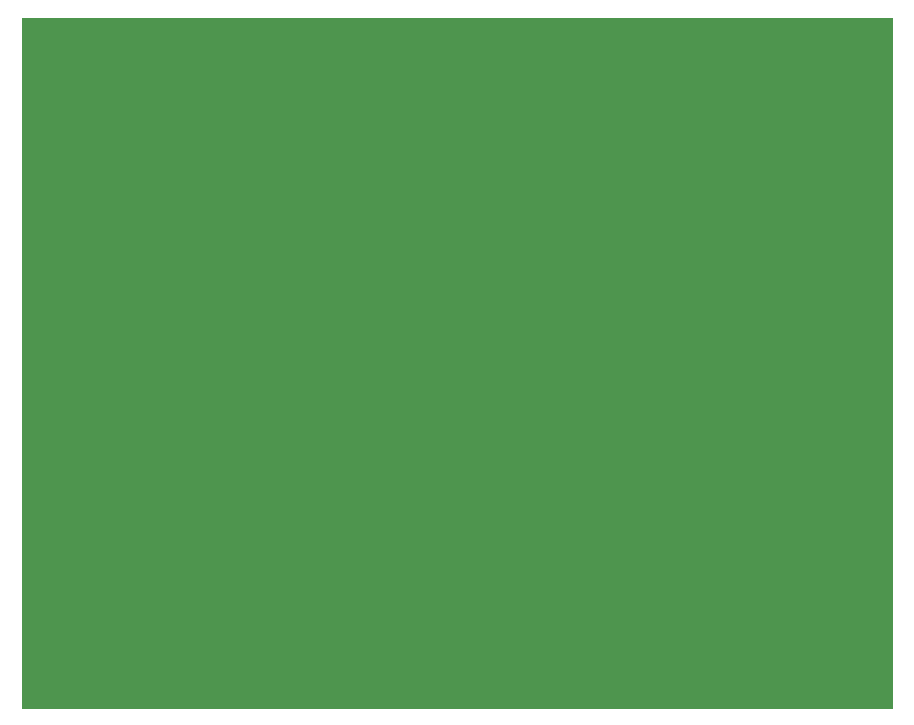
<source format=gts>
G75*
G70*
%OFA0B0*%
%FSLAX24Y24*%
%IPPOS*%
%LPD*%
%AMOC8*
5,1,8,0,0,1.08239X$1,22.5*
%
%ADD10C,0.0010*%
D10*
X000105Y000105D02*
X029105Y000105D01*
X029105Y023105D01*
X000105Y023105D01*
X000105Y000105D01*
X029105Y000105D01*
X029105Y023105D01*
X000105Y023105D01*
X000105Y000105D01*
X029105Y000105D01*
X029105Y000114D02*
X000105Y000114D01*
X000105Y000122D02*
X029105Y000122D01*
X029105Y000131D02*
X000105Y000131D01*
X000105Y000139D02*
X029105Y000139D01*
X029105Y000148D02*
X000105Y000148D01*
X000105Y000156D02*
X029105Y000156D01*
X029105Y000165D02*
X000105Y000165D01*
X000105Y000173D02*
X029105Y000173D01*
X029105Y000182D02*
X000105Y000182D01*
X000105Y000190D02*
X029105Y000190D01*
X029105Y000199D02*
X000105Y000199D01*
X000105Y000207D02*
X029105Y000207D01*
X029105Y000216D02*
X000105Y000216D01*
X000105Y000224D02*
X029105Y000224D01*
X029105Y000233D02*
X000105Y000233D01*
X000105Y000241D02*
X029105Y000241D01*
X029105Y000250D02*
X000105Y000250D01*
X000105Y000258D02*
X029105Y000258D01*
X029105Y000267D02*
X000105Y000267D01*
X000105Y000275D02*
X029105Y000275D01*
X029105Y000284D02*
X000105Y000284D01*
X000105Y000292D02*
X029105Y000292D01*
X029105Y000301D02*
X000105Y000301D01*
X000105Y000309D02*
X029105Y000309D01*
X029105Y000318D02*
X000105Y000318D01*
X000105Y000326D02*
X029105Y000326D01*
X029105Y000335D02*
X000105Y000335D01*
X000105Y000343D02*
X029105Y000343D01*
X029105Y000352D02*
X000105Y000352D01*
X000105Y000360D02*
X029105Y000360D01*
X029105Y000369D02*
X000105Y000369D01*
X000105Y000377D02*
X029105Y000377D01*
X029105Y000386D02*
X000105Y000386D01*
X000105Y000394D02*
X029105Y000394D01*
X029105Y000403D02*
X000105Y000403D01*
X000105Y000411D02*
X029105Y000411D01*
X029105Y000420D02*
X000105Y000420D01*
X000105Y000428D02*
X029105Y000428D01*
X029105Y000437D02*
X000105Y000437D01*
X000105Y000445D02*
X029105Y000445D01*
X029105Y000454D02*
X000105Y000454D01*
X000105Y000462D02*
X029105Y000462D01*
X029105Y000471D02*
X000105Y000471D01*
X000105Y000479D02*
X029105Y000479D01*
X029105Y000488D02*
X000105Y000488D01*
X000105Y000496D02*
X029105Y000496D01*
X029105Y000505D02*
X000105Y000505D01*
X000105Y000513D02*
X029105Y000513D01*
X029105Y000522D02*
X000105Y000522D01*
X000105Y000530D02*
X029105Y000530D01*
X029105Y000539D02*
X000105Y000539D01*
X000105Y000547D02*
X029105Y000547D01*
X029105Y000556D02*
X000105Y000556D01*
X000105Y000564D02*
X029105Y000564D01*
X029105Y000573D02*
X000105Y000573D01*
X000105Y000581D02*
X029105Y000581D01*
X029105Y000590D02*
X000105Y000590D01*
X000105Y000598D02*
X029105Y000598D01*
X029105Y000607D02*
X000105Y000607D01*
X000105Y000615D02*
X029105Y000615D01*
X029105Y000624D02*
X000105Y000624D01*
X000105Y000632D02*
X029105Y000632D01*
X029105Y000641D02*
X000105Y000641D01*
X000105Y000649D02*
X029105Y000649D01*
X029105Y000658D02*
X000105Y000658D01*
X000105Y000666D02*
X029105Y000666D01*
X029105Y000675D02*
X000105Y000675D01*
X000105Y000683D02*
X029105Y000683D01*
X029105Y000692D02*
X000105Y000692D01*
X000105Y000700D02*
X029105Y000700D01*
X029105Y000709D02*
X000105Y000709D01*
X000105Y000717D02*
X029105Y000717D01*
X029105Y000726D02*
X000105Y000726D01*
X000105Y000734D02*
X029105Y000734D01*
X029105Y000743D02*
X000105Y000743D01*
X000105Y000751D02*
X029105Y000751D01*
X029105Y000760D02*
X000105Y000760D01*
X000105Y000768D02*
X029105Y000768D01*
X029105Y000777D02*
X000105Y000777D01*
X000105Y000785D02*
X029105Y000785D01*
X029105Y000794D02*
X000105Y000794D01*
X000105Y000802D02*
X029105Y000802D01*
X029105Y000811D02*
X000105Y000811D01*
X000105Y000819D02*
X029105Y000819D01*
X029105Y000828D02*
X000105Y000828D01*
X000105Y000836D02*
X029105Y000836D01*
X029105Y000845D02*
X000105Y000845D01*
X000105Y000853D02*
X029105Y000853D01*
X029105Y000862D02*
X000105Y000862D01*
X000105Y000870D02*
X029105Y000870D01*
X029105Y000879D02*
X000105Y000879D01*
X000105Y000887D02*
X029105Y000887D01*
X029105Y000896D02*
X000105Y000896D01*
X000105Y000904D02*
X029105Y000904D01*
X029105Y000913D02*
X000105Y000913D01*
X000105Y000921D02*
X029105Y000921D01*
X029105Y000930D02*
X000105Y000930D01*
X000105Y000938D02*
X029105Y000938D01*
X029105Y000947D02*
X000105Y000947D01*
X000105Y000955D02*
X029105Y000955D01*
X029105Y000964D02*
X000105Y000964D01*
X000105Y000972D02*
X029105Y000972D01*
X029105Y000981D02*
X000105Y000981D01*
X000105Y000989D02*
X029105Y000989D01*
X029105Y000998D02*
X000105Y000998D01*
X000105Y001006D02*
X029105Y001006D01*
X029105Y001015D02*
X000105Y001015D01*
X000105Y001023D02*
X029105Y001023D01*
X029105Y001032D02*
X000105Y001032D01*
X000105Y001040D02*
X029105Y001040D01*
X029105Y001049D02*
X000105Y001049D01*
X000105Y001057D02*
X029105Y001057D01*
X029105Y001066D02*
X000105Y001066D01*
X000105Y001074D02*
X029105Y001074D01*
X029105Y001083D02*
X000105Y001083D01*
X000105Y001091D02*
X029105Y001091D01*
X029105Y001100D02*
X000105Y001100D01*
X000105Y001108D02*
X029105Y001108D01*
X029105Y001117D02*
X000105Y001117D01*
X000105Y001125D02*
X029105Y001125D01*
X029105Y001134D02*
X000105Y001134D01*
X000105Y001142D02*
X029105Y001142D01*
X029105Y001151D02*
X000105Y001151D01*
X000105Y001159D02*
X029105Y001159D01*
X029105Y001168D02*
X000105Y001168D01*
X000105Y001176D02*
X029105Y001176D01*
X029105Y001185D02*
X000105Y001185D01*
X000105Y001193D02*
X029105Y001193D01*
X029105Y001202D02*
X000105Y001202D01*
X000105Y001210D02*
X029105Y001210D01*
X029105Y001219D02*
X000105Y001219D01*
X000105Y001227D02*
X029105Y001227D01*
X029105Y001236D02*
X000105Y001236D01*
X000105Y001244D02*
X029105Y001244D01*
X029105Y001253D02*
X000105Y001253D01*
X000105Y001261D02*
X029105Y001261D01*
X029105Y001270D02*
X000105Y001270D01*
X000105Y001278D02*
X029105Y001278D01*
X029105Y001287D02*
X000105Y001287D01*
X000105Y001295D02*
X029105Y001295D01*
X029105Y001304D02*
X000105Y001304D01*
X000105Y001312D02*
X029105Y001312D01*
X029105Y001321D02*
X000105Y001321D01*
X000105Y001329D02*
X029105Y001329D01*
X029105Y001338D02*
X000105Y001338D01*
X000105Y001346D02*
X029105Y001346D01*
X029105Y001355D02*
X000105Y001355D01*
X000105Y001363D02*
X029105Y001363D01*
X029105Y001372D02*
X000105Y001372D01*
X000105Y001380D02*
X029105Y001380D01*
X029105Y001389D02*
X000105Y001389D01*
X000105Y001397D02*
X029105Y001397D01*
X029105Y001406D02*
X000105Y001406D01*
X000105Y001414D02*
X029105Y001414D01*
X029105Y001423D02*
X000105Y001423D01*
X000105Y001431D02*
X029105Y001431D01*
X029105Y001440D02*
X000105Y001440D01*
X000105Y001448D02*
X029105Y001448D01*
X029105Y001457D02*
X000105Y001457D01*
X000105Y001465D02*
X029105Y001465D01*
X029105Y001474D02*
X000105Y001474D01*
X000105Y001482D02*
X029105Y001482D01*
X029105Y001491D02*
X000105Y001491D01*
X000105Y001499D02*
X029105Y001499D01*
X029105Y001508D02*
X000105Y001508D01*
X000105Y001516D02*
X029105Y001516D01*
X029105Y001525D02*
X000105Y001525D01*
X000105Y001533D02*
X029105Y001533D01*
X029105Y001542D02*
X000105Y001542D01*
X000105Y001550D02*
X029105Y001550D01*
X029105Y001559D02*
X000105Y001559D01*
X000105Y001567D02*
X029105Y001567D01*
X029105Y001576D02*
X000105Y001576D01*
X000105Y001584D02*
X029105Y001584D01*
X029105Y001593D02*
X000105Y001593D01*
X000105Y001601D02*
X029105Y001601D01*
X029105Y001610D02*
X000105Y001610D01*
X000105Y001618D02*
X029105Y001618D01*
X029105Y001627D02*
X000105Y001627D01*
X000105Y001635D02*
X029105Y001635D01*
X029105Y001644D02*
X000105Y001644D01*
X000105Y001652D02*
X029105Y001652D01*
X029105Y001661D02*
X000105Y001661D01*
X000105Y001669D02*
X029105Y001669D01*
X029105Y001678D02*
X000105Y001678D01*
X000105Y001686D02*
X029105Y001686D01*
X029105Y001695D02*
X000105Y001695D01*
X000105Y001703D02*
X029105Y001703D01*
X029105Y001712D02*
X000105Y001712D01*
X000105Y001720D02*
X029105Y001720D01*
X029105Y001729D02*
X000105Y001729D01*
X000105Y001737D02*
X029105Y001737D01*
X029105Y001746D02*
X000105Y001746D01*
X000105Y001754D02*
X029105Y001754D01*
X029105Y001763D02*
X000105Y001763D01*
X000105Y001771D02*
X029105Y001771D01*
X029105Y001780D02*
X000105Y001780D01*
X000105Y001788D02*
X029105Y001788D01*
X029105Y001797D02*
X000105Y001797D01*
X000105Y001805D02*
X029105Y001805D01*
X029105Y001814D02*
X000105Y001814D01*
X000105Y001822D02*
X029105Y001822D01*
X029105Y001831D02*
X000105Y001831D01*
X000105Y001839D02*
X029105Y001839D01*
X029105Y001848D02*
X000105Y001848D01*
X000105Y001856D02*
X029105Y001856D01*
X029105Y001865D02*
X000105Y001865D01*
X000105Y001873D02*
X029105Y001873D01*
X029105Y001882D02*
X000105Y001882D01*
X000105Y001890D02*
X029105Y001890D01*
X029105Y001899D02*
X000105Y001899D01*
X000105Y001907D02*
X029105Y001907D01*
X029105Y001916D02*
X000105Y001916D01*
X000105Y001924D02*
X029105Y001924D01*
X029105Y001933D02*
X000105Y001933D01*
X000105Y001941D02*
X029105Y001941D01*
X029105Y001950D02*
X000105Y001950D01*
X000105Y001958D02*
X029105Y001958D01*
X029105Y001967D02*
X000105Y001967D01*
X000105Y001975D02*
X029105Y001975D01*
X029105Y001984D02*
X000105Y001984D01*
X000105Y001992D02*
X029105Y001992D01*
X029105Y002001D02*
X000105Y002001D01*
X000105Y002009D02*
X029105Y002009D01*
X029105Y002018D02*
X000105Y002018D01*
X000105Y002026D02*
X029105Y002026D01*
X029105Y002035D02*
X000105Y002035D01*
X000105Y002043D02*
X029105Y002043D01*
X029105Y002052D02*
X000105Y002052D01*
X000105Y002060D02*
X029105Y002060D01*
X029105Y002069D02*
X000105Y002069D01*
X000105Y002077D02*
X029105Y002077D01*
X029105Y002086D02*
X000105Y002086D01*
X000105Y002094D02*
X029105Y002094D01*
X029105Y002103D02*
X000105Y002103D01*
X000105Y002111D02*
X029105Y002111D01*
X029105Y002120D02*
X000105Y002120D01*
X000105Y002128D02*
X029105Y002128D01*
X029105Y002137D02*
X000105Y002137D01*
X000105Y002145D02*
X029105Y002145D01*
X029105Y002154D02*
X000105Y002154D01*
X000105Y002162D02*
X029105Y002162D01*
X029105Y002171D02*
X000105Y002171D01*
X000105Y002179D02*
X029105Y002179D01*
X029105Y002188D02*
X000105Y002188D01*
X000105Y002196D02*
X029105Y002196D01*
X029105Y002205D02*
X000105Y002205D01*
X000105Y002213D02*
X029105Y002213D01*
X029105Y002222D02*
X000105Y002222D01*
X000105Y002230D02*
X029105Y002230D01*
X029105Y002239D02*
X000105Y002239D01*
X000105Y002247D02*
X029105Y002247D01*
X029105Y002256D02*
X000105Y002256D01*
X000105Y002264D02*
X029105Y002264D01*
X029105Y002273D02*
X000105Y002273D01*
X000105Y002281D02*
X029105Y002281D01*
X029105Y002290D02*
X000105Y002290D01*
X000105Y002298D02*
X029105Y002298D01*
X029105Y002307D02*
X000105Y002307D01*
X000105Y002315D02*
X029105Y002315D01*
X029105Y002324D02*
X000105Y002324D01*
X000105Y002332D02*
X029105Y002332D01*
X029105Y002341D02*
X000105Y002341D01*
X000105Y002349D02*
X029105Y002349D01*
X029105Y002358D02*
X000105Y002358D01*
X000105Y002366D02*
X029105Y002366D01*
X029105Y002375D02*
X000105Y002375D01*
X000105Y002383D02*
X029105Y002383D01*
X029105Y002392D02*
X000105Y002392D01*
X000105Y002400D02*
X029105Y002400D01*
X029105Y002409D02*
X000105Y002409D01*
X000105Y002417D02*
X029105Y002417D01*
X029105Y002426D02*
X000105Y002426D01*
X000105Y002434D02*
X029105Y002434D01*
X029105Y002443D02*
X000105Y002443D01*
X000105Y002451D02*
X029105Y002451D01*
X029105Y002460D02*
X000105Y002460D01*
X000105Y002468D02*
X029105Y002468D01*
X029105Y002477D02*
X000105Y002477D01*
X000105Y002485D02*
X029105Y002485D01*
X029105Y002494D02*
X000105Y002494D01*
X000105Y002502D02*
X029105Y002502D01*
X029105Y002511D02*
X000105Y002511D01*
X000105Y002519D02*
X029105Y002519D01*
X029105Y002528D02*
X000105Y002528D01*
X000105Y002536D02*
X029105Y002536D01*
X029105Y002545D02*
X000105Y002545D01*
X000105Y002553D02*
X029105Y002553D01*
X029105Y002562D02*
X000105Y002562D01*
X000105Y002570D02*
X029105Y002570D01*
X029105Y002579D02*
X000105Y002579D01*
X000105Y002587D02*
X029105Y002587D01*
X029105Y002596D02*
X000105Y002596D01*
X000105Y002604D02*
X029105Y002604D01*
X029105Y002613D02*
X000105Y002613D01*
X000105Y002621D02*
X029105Y002621D01*
X029105Y002630D02*
X000105Y002630D01*
X000105Y002638D02*
X029105Y002638D01*
X029105Y002647D02*
X000105Y002647D01*
X000105Y002655D02*
X029105Y002655D01*
X029105Y002664D02*
X000105Y002664D01*
X000105Y002672D02*
X029105Y002672D01*
X029105Y002681D02*
X000105Y002681D01*
X000105Y002689D02*
X029105Y002689D01*
X029105Y002698D02*
X000105Y002698D01*
X000105Y002706D02*
X029105Y002706D01*
X029105Y002715D02*
X000105Y002715D01*
X000105Y002723D02*
X029105Y002723D01*
X029105Y002732D02*
X000105Y002732D01*
X000105Y002740D02*
X029105Y002740D01*
X029105Y002749D02*
X000105Y002749D01*
X000105Y002757D02*
X029105Y002757D01*
X029105Y002766D02*
X000105Y002766D01*
X000105Y002774D02*
X029105Y002774D01*
X029105Y002783D02*
X000105Y002783D01*
X000105Y002791D02*
X029105Y002791D01*
X029105Y002800D02*
X000105Y002800D01*
X000105Y002808D02*
X029105Y002808D01*
X029105Y002817D02*
X000105Y002817D01*
X000105Y002825D02*
X029105Y002825D01*
X029105Y002834D02*
X000105Y002834D01*
X000105Y002842D02*
X029105Y002842D01*
X029105Y002851D02*
X000105Y002851D01*
X000105Y002859D02*
X029105Y002859D01*
X029105Y002868D02*
X000105Y002868D01*
X000105Y002876D02*
X029105Y002876D01*
X029105Y002885D02*
X000105Y002885D01*
X000105Y002893D02*
X029105Y002893D01*
X029105Y002902D02*
X000105Y002902D01*
X000105Y002910D02*
X029105Y002910D01*
X029105Y002919D02*
X000105Y002919D01*
X000105Y002927D02*
X029105Y002927D01*
X029105Y002936D02*
X000105Y002936D01*
X000105Y002944D02*
X029105Y002944D01*
X029105Y002953D02*
X000105Y002953D01*
X000105Y002961D02*
X029105Y002961D01*
X029105Y002970D02*
X000105Y002970D01*
X000105Y002978D02*
X029105Y002978D01*
X029105Y002987D02*
X000105Y002987D01*
X000105Y002995D02*
X029105Y002995D01*
X029105Y003004D02*
X000105Y003004D01*
X000105Y003012D02*
X029105Y003012D01*
X029105Y003021D02*
X000105Y003021D01*
X000105Y003029D02*
X029105Y003029D01*
X029105Y003038D02*
X000105Y003038D01*
X000105Y003046D02*
X029105Y003046D01*
X029105Y003055D02*
X000105Y003055D01*
X000105Y003063D02*
X029105Y003063D01*
X029105Y003072D02*
X000105Y003072D01*
X000105Y003080D02*
X029105Y003080D01*
X029105Y003089D02*
X000105Y003089D01*
X000105Y003097D02*
X029105Y003097D01*
X029105Y003106D02*
X000105Y003106D01*
X000105Y003114D02*
X029105Y003114D01*
X029105Y003123D02*
X000105Y003123D01*
X000105Y003131D02*
X029105Y003131D01*
X029105Y003140D02*
X000105Y003140D01*
X000105Y003148D02*
X029105Y003148D01*
X029105Y003157D02*
X000105Y003157D01*
X000105Y003165D02*
X029105Y003165D01*
X029105Y003174D02*
X000105Y003174D01*
X000105Y003182D02*
X029105Y003182D01*
X029105Y003191D02*
X000105Y003191D01*
X000105Y003199D02*
X029105Y003199D01*
X029105Y003208D02*
X000105Y003208D01*
X000105Y003216D02*
X029105Y003216D01*
X029105Y003225D02*
X000105Y003225D01*
X000105Y003233D02*
X029105Y003233D01*
X029105Y003242D02*
X000105Y003242D01*
X000105Y003250D02*
X029105Y003250D01*
X029105Y003259D02*
X000105Y003259D01*
X000105Y003267D02*
X029105Y003267D01*
X029105Y003276D02*
X000105Y003276D01*
X000105Y003284D02*
X029105Y003284D01*
X029105Y003293D02*
X000105Y003293D01*
X000105Y003301D02*
X029105Y003301D01*
X029105Y003310D02*
X000105Y003310D01*
X000105Y003318D02*
X029105Y003318D01*
X029105Y003327D02*
X000105Y003327D01*
X000105Y003335D02*
X029105Y003335D01*
X029105Y003344D02*
X000105Y003344D01*
X000105Y003352D02*
X029105Y003352D01*
X029105Y003361D02*
X000105Y003361D01*
X000105Y003369D02*
X029105Y003369D01*
X029105Y003378D02*
X000105Y003378D01*
X000105Y003386D02*
X029105Y003386D01*
X029105Y003395D02*
X000105Y003395D01*
X000105Y003403D02*
X029105Y003403D01*
X029105Y003412D02*
X000105Y003412D01*
X000105Y003420D02*
X029105Y003420D01*
X029105Y003429D02*
X000105Y003429D01*
X000105Y003437D02*
X029105Y003437D01*
X029105Y003446D02*
X000105Y003446D01*
X000105Y003454D02*
X029105Y003454D01*
X029105Y003463D02*
X000105Y003463D01*
X000105Y003471D02*
X029105Y003471D01*
X029105Y003480D02*
X000105Y003480D01*
X000105Y003488D02*
X029105Y003488D01*
X029105Y003497D02*
X000105Y003497D01*
X000105Y003505D02*
X029105Y003505D01*
X029105Y003514D02*
X000105Y003514D01*
X000105Y003522D02*
X029105Y003522D01*
X029105Y003531D02*
X000105Y003531D01*
X000105Y003539D02*
X029105Y003539D01*
X029105Y003548D02*
X000105Y003548D01*
X000105Y003556D02*
X029105Y003556D01*
X029105Y003565D02*
X000105Y003565D01*
X000105Y003573D02*
X029105Y003573D01*
X029105Y003582D02*
X000105Y003582D01*
X000105Y003590D02*
X029105Y003590D01*
X029105Y003599D02*
X000105Y003599D01*
X000105Y003607D02*
X029105Y003607D01*
X029105Y003616D02*
X000105Y003616D01*
X000105Y003624D02*
X029105Y003624D01*
X029105Y003633D02*
X000105Y003633D01*
X000105Y003641D02*
X029105Y003641D01*
X029105Y003650D02*
X000105Y003650D01*
X000105Y003658D02*
X029105Y003658D01*
X029105Y003667D02*
X000105Y003667D01*
X000105Y003675D02*
X029105Y003675D01*
X029105Y003684D02*
X000105Y003684D01*
X000105Y003692D02*
X029105Y003692D01*
X029105Y003701D02*
X000105Y003701D01*
X000105Y003709D02*
X029105Y003709D01*
X029105Y003718D02*
X000105Y003718D01*
X000105Y003726D02*
X029105Y003726D01*
X029105Y003735D02*
X000105Y003735D01*
X000105Y003743D02*
X029105Y003743D01*
X029105Y003752D02*
X000105Y003752D01*
X000105Y003760D02*
X029105Y003760D01*
X029105Y003769D02*
X000105Y003769D01*
X000105Y003777D02*
X029105Y003777D01*
X029105Y003786D02*
X000105Y003786D01*
X000105Y003794D02*
X029105Y003794D01*
X029105Y003803D02*
X000105Y003803D01*
X000105Y003811D02*
X029105Y003811D01*
X029105Y003820D02*
X000105Y003820D01*
X000105Y003828D02*
X029105Y003828D01*
X029105Y003837D02*
X000105Y003837D01*
X000105Y003845D02*
X029105Y003845D01*
X029105Y003854D02*
X000105Y003854D01*
X000105Y003862D02*
X029105Y003862D01*
X029105Y003871D02*
X000105Y003871D01*
X000105Y003879D02*
X029105Y003879D01*
X029105Y003888D02*
X000105Y003888D01*
X000105Y003896D02*
X029105Y003896D01*
X029105Y003905D02*
X000105Y003905D01*
X000105Y003913D02*
X029105Y003913D01*
X029105Y003922D02*
X000105Y003922D01*
X000105Y003930D02*
X029105Y003930D01*
X029105Y003939D02*
X000105Y003939D01*
X000105Y003947D02*
X029105Y003947D01*
X029105Y003956D02*
X000105Y003956D01*
X000105Y003964D02*
X029105Y003964D01*
X029105Y003973D02*
X000105Y003973D01*
X000105Y003981D02*
X029105Y003981D01*
X029105Y003990D02*
X000105Y003990D01*
X000105Y003998D02*
X029105Y003998D01*
X029105Y004007D02*
X000105Y004007D01*
X000105Y004015D02*
X029105Y004015D01*
X029105Y004024D02*
X000105Y004024D01*
X000105Y004032D02*
X029105Y004032D01*
X029105Y004041D02*
X000105Y004041D01*
X000105Y004049D02*
X029105Y004049D01*
X029105Y004058D02*
X000105Y004058D01*
X000105Y004066D02*
X029105Y004066D01*
X029105Y004075D02*
X000105Y004075D01*
X000105Y004083D02*
X029105Y004083D01*
X029105Y004092D02*
X000105Y004092D01*
X000105Y004100D02*
X029105Y004100D01*
X029105Y004109D02*
X000105Y004109D01*
X000105Y004117D02*
X029105Y004117D01*
X029105Y004126D02*
X000105Y004126D01*
X000105Y004134D02*
X029105Y004134D01*
X029105Y004143D02*
X000105Y004143D01*
X000105Y004151D02*
X029105Y004151D01*
X029105Y004160D02*
X000105Y004160D01*
X000105Y004168D02*
X029105Y004168D01*
X029105Y004177D02*
X000105Y004177D01*
X000105Y004185D02*
X029105Y004185D01*
X029105Y004194D02*
X000105Y004194D01*
X000105Y004202D02*
X029105Y004202D01*
X029105Y004211D02*
X000105Y004211D01*
X000105Y004219D02*
X029105Y004219D01*
X029105Y004228D02*
X000105Y004228D01*
X000105Y004236D02*
X029105Y004236D01*
X029105Y004245D02*
X000105Y004245D01*
X000105Y004253D02*
X029105Y004253D01*
X029105Y004262D02*
X000105Y004262D01*
X000105Y004270D02*
X029105Y004270D01*
X029105Y004279D02*
X000105Y004279D01*
X000105Y004287D02*
X029105Y004287D01*
X029105Y004296D02*
X000105Y004296D01*
X000105Y004304D02*
X029105Y004304D01*
X029105Y004313D02*
X000105Y004313D01*
X000105Y004321D02*
X029105Y004321D01*
X029105Y004330D02*
X000105Y004330D01*
X000105Y004338D02*
X029105Y004338D01*
X029105Y004347D02*
X000105Y004347D01*
X000105Y004355D02*
X029105Y004355D01*
X029105Y004364D02*
X000105Y004364D01*
X000105Y004372D02*
X029105Y004372D01*
X029105Y004381D02*
X000105Y004381D01*
X000105Y004389D02*
X029105Y004389D01*
X029105Y004398D02*
X000105Y004398D01*
X000105Y004406D02*
X029105Y004406D01*
X029105Y004415D02*
X000105Y004415D01*
X000105Y004423D02*
X029105Y004423D01*
X029105Y004432D02*
X000105Y004432D01*
X000105Y004440D02*
X029105Y004440D01*
X029105Y004449D02*
X000105Y004449D01*
X000105Y004457D02*
X029105Y004457D01*
X029105Y004466D02*
X000105Y004466D01*
X000105Y004474D02*
X029105Y004474D01*
X029105Y004483D02*
X000105Y004483D01*
X000105Y004491D02*
X029105Y004491D01*
X029105Y004500D02*
X000105Y004500D01*
X000105Y004508D02*
X029105Y004508D01*
X029105Y004517D02*
X000105Y004517D01*
X000105Y004525D02*
X029105Y004525D01*
X029105Y004534D02*
X000105Y004534D01*
X000105Y004542D02*
X029105Y004542D01*
X029105Y004551D02*
X000105Y004551D01*
X000105Y004559D02*
X029105Y004559D01*
X029105Y004568D02*
X000105Y004568D01*
X000105Y004576D02*
X029105Y004576D01*
X029105Y004585D02*
X000105Y004585D01*
X000105Y004593D02*
X029105Y004593D01*
X029105Y004602D02*
X000105Y004602D01*
X000105Y004610D02*
X029105Y004610D01*
X029105Y004619D02*
X000105Y004619D01*
X000105Y004627D02*
X029105Y004627D01*
X029105Y004636D02*
X000105Y004636D01*
X000105Y004644D02*
X029105Y004644D01*
X029105Y004653D02*
X000105Y004653D01*
X000105Y004661D02*
X029105Y004661D01*
X029105Y004670D02*
X000105Y004670D01*
X000105Y004678D02*
X029105Y004678D01*
X029105Y004687D02*
X000105Y004687D01*
X000105Y004695D02*
X029105Y004695D01*
X029105Y004704D02*
X000105Y004704D01*
X000105Y004712D02*
X029105Y004712D01*
X029105Y004721D02*
X000105Y004721D01*
X000105Y004729D02*
X029105Y004729D01*
X029105Y004738D02*
X000105Y004738D01*
X000105Y004746D02*
X029105Y004746D01*
X029105Y004755D02*
X000105Y004755D01*
X000105Y004763D02*
X029105Y004763D01*
X029105Y004772D02*
X000105Y004772D01*
X000105Y004780D02*
X029105Y004780D01*
X029105Y004789D02*
X000105Y004789D01*
X000105Y004797D02*
X029105Y004797D01*
X029105Y004806D02*
X000105Y004806D01*
X000105Y004814D02*
X029105Y004814D01*
X029105Y004823D02*
X000105Y004823D01*
X000105Y004831D02*
X029105Y004831D01*
X029105Y004840D02*
X000105Y004840D01*
X000105Y004848D02*
X029105Y004848D01*
X029105Y004857D02*
X000105Y004857D01*
X000105Y004865D02*
X029105Y004865D01*
X029105Y004874D02*
X000105Y004874D01*
X000105Y004882D02*
X029105Y004882D01*
X029105Y004891D02*
X000105Y004891D01*
X000105Y004899D02*
X029105Y004899D01*
X029105Y004908D02*
X000105Y004908D01*
X000105Y004916D02*
X029105Y004916D01*
X029105Y004925D02*
X000105Y004925D01*
X000105Y004933D02*
X029105Y004933D01*
X029105Y004942D02*
X000105Y004942D01*
X000105Y004950D02*
X029105Y004950D01*
X029105Y004959D02*
X000105Y004959D01*
X000105Y004967D02*
X029105Y004967D01*
X029105Y004976D02*
X000105Y004976D01*
X000105Y004984D02*
X029105Y004984D01*
X029105Y004993D02*
X000105Y004993D01*
X000105Y005001D02*
X029105Y005001D01*
X029105Y005010D02*
X000105Y005010D01*
X000105Y005018D02*
X029105Y005018D01*
X029105Y005027D02*
X000105Y005027D01*
X000105Y005035D02*
X029105Y005035D01*
X029105Y005044D02*
X000105Y005044D01*
X000105Y005052D02*
X029105Y005052D01*
X029105Y005061D02*
X000105Y005061D01*
X000105Y005069D02*
X029105Y005069D01*
X029105Y005078D02*
X000105Y005078D01*
X000105Y005086D02*
X029105Y005086D01*
X029105Y005095D02*
X000105Y005095D01*
X000105Y005103D02*
X029105Y005103D01*
X029105Y005112D02*
X000105Y005112D01*
X000105Y005120D02*
X029105Y005120D01*
X029105Y005129D02*
X000105Y005129D01*
X000105Y005137D02*
X029105Y005137D01*
X029105Y005146D02*
X000105Y005146D01*
X000105Y005154D02*
X029105Y005154D01*
X029105Y005163D02*
X000105Y005163D01*
X000105Y005171D02*
X029105Y005171D01*
X029105Y005180D02*
X000105Y005180D01*
X000105Y005188D02*
X029105Y005188D01*
X029105Y005197D02*
X000105Y005197D01*
X000105Y005205D02*
X029105Y005205D01*
X029105Y005214D02*
X000105Y005214D01*
X000105Y005222D02*
X029105Y005222D01*
X029105Y005231D02*
X000105Y005231D01*
X000105Y005239D02*
X029105Y005239D01*
X029105Y005248D02*
X000105Y005248D01*
X000105Y005256D02*
X029105Y005256D01*
X029105Y005265D02*
X000105Y005265D01*
X000105Y005273D02*
X029105Y005273D01*
X029105Y005282D02*
X000105Y005282D01*
X000105Y005290D02*
X029105Y005290D01*
X029105Y005299D02*
X000105Y005299D01*
X000105Y005307D02*
X029105Y005307D01*
X029105Y005316D02*
X000105Y005316D01*
X000105Y005324D02*
X029105Y005324D01*
X029105Y005333D02*
X000105Y005333D01*
X000105Y005341D02*
X029105Y005341D01*
X029105Y005350D02*
X000105Y005350D01*
X000105Y005358D02*
X029105Y005358D01*
X029105Y005367D02*
X000105Y005367D01*
X000105Y005375D02*
X029105Y005375D01*
X029105Y005384D02*
X000105Y005384D01*
X000105Y005392D02*
X029105Y005392D01*
X029105Y005401D02*
X000105Y005401D01*
X000105Y005409D02*
X029105Y005409D01*
X029105Y005418D02*
X000105Y005418D01*
X000105Y005426D02*
X029105Y005426D01*
X029105Y005435D02*
X000105Y005435D01*
X000105Y005443D02*
X029105Y005443D01*
X029105Y005452D02*
X000105Y005452D01*
X000105Y005460D02*
X029105Y005460D01*
X029105Y005469D02*
X000105Y005469D01*
X000105Y005477D02*
X029105Y005477D01*
X029105Y005486D02*
X000105Y005486D01*
X000105Y005494D02*
X029105Y005494D01*
X029105Y005503D02*
X000105Y005503D01*
X000105Y005511D02*
X029105Y005511D01*
X029105Y005520D02*
X000105Y005520D01*
X000105Y005528D02*
X029105Y005528D01*
X029105Y005537D02*
X000105Y005537D01*
X000105Y005545D02*
X029105Y005545D01*
X029105Y005554D02*
X000105Y005554D01*
X000105Y005562D02*
X029105Y005562D01*
X029105Y005571D02*
X000105Y005571D01*
X000105Y005579D02*
X029105Y005579D01*
X029105Y005588D02*
X000105Y005588D01*
X000105Y005596D02*
X029105Y005596D01*
X029105Y005605D02*
X000105Y005605D01*
X000105Y005613D02*
X029105Y005613D01*
X029105Y005622D02*
X000105Y005622D01*
X000105Y005630D02*
X029105Y005630D01*
X029105Y005639D02*
X000105Y005639D01*
X000105Y005647D02*
X029105Y005647D01*
X029105Y005656D02*
X000105Y005656D01*
X000105Y005664D02*
X029105Y005664D01*
X029105Y005673D02*
X000105Y005673D01*
X000105Y005681D02*
X029105Y005681D01*
X029105Y005690D02*
X000105Y005690D01*
X000105Y005698D02*
X029105Y005698D01*
X029105Y005707D02*
X000105Y005707D01*
X000105Y005715D02*
X029105Y005715D01*
X029105Y005724D02*
X000105Y005724D01*
X000105Y005732D02*
X029105Y005732D01*
X029105Y005741D02*
X000105Y005741D01*
X000105Y005749D02*
X029105Y005749D01*
X029105Y005758D02*
X000105Y005758D01*
X000105Y005766D02*
X029105Y005766D01*
X029105Y005775D02*
X000105Y005775D01*
X000105Y005783D02*
X029105Y005783D01*
X029105Y005792D02*
X000105Y005792D01*
X000105Y005800D02*
X029105Y005800D01*
X029105Y005809D02*
X000105Y005809D01*
X000105Y005817D02*
X029105Y005817D01*
X029105Y005826D02*
X000105Y005826D01*
X000105Y005834D02*
X029105Y005834D01*
X029105Y005843D02*
X000105Y005843D01*
X000105Y005851D02*
X029105Y005851D01*
X029105Y005860D02*
X000105Y005860D01*
X000105Y005868D02*
X029105Y005868D01*
X029105Y005877D02*
X000105Y005877D01*
X000105Y005885D02*
X029105Y005885D01*
X029105Y005894D02*
X000105Y005894D01*
X000105Y005902D02*
X029105Y005902D01*
X029105Y005911D02*
X000105Y005911D01*
X000105Y005919D02*
X029105Y005919D01*
X029105Y005928D02*
X000105Y005928D01*
X000105Y005936D02*
X029105Y005936D01*
X029105Y005945D02*
X000105Y005945D01*
X000105Y005953D02*
X029105Y005953D01*
X029105Y005962D02*
X000105Y005962D01*
X000105Y005970D02*
X029105Y005970D01*
X029105Y005979D02*
X000105Y005979D01*
X000105Y005987D02*
X029105Y005987D01*
X029105Y005996D02*
X000105Y005996D01*
X000105Y006004D02*
X029105Y006004D01*
X029105Y006013D02*
X000105Y006013D01*
X000105Y006021D02*
X029105Y006021D01*
X029105Y006030D02*
X000105Y006030D01*
X000105Y006038D02*
X029105Y006038D01*
X029105Y006047D02*
X000105Y006047D01*
X000105Y006055D02*
X029105Y006055D01*
X029105Y006064D02*
X000105Y006064D01*
X000105Y006072D02*
X029105Y006072D01*
X029105Y006081D02*
X000105Y006081D01*
X000105Y006089D02*
X029105Y006089D01*
X029105Y006098D02*
X000105Y006098D01*
X000105Y006106D02*
X029105Y006106D01*
X029105Y006115D02*
X000105Y006115D01*
X000105Y006123D02*
X029105Y006123D01*
X029105Y006132D02*
X000105Y006132D01*
X000105Y006140D02*
X029105Y006140D01*
X029105Y006149D02*
X000105Y006149D01*
X000105Y006157D02*
X029105Y006157D01*
X029105Y006166D02*
X000105Y006166D01*
X000105Y006174D02*
X029105Y006174D01*
X029105Y006183D02*
X000105Y006183D01*
X000105Y006191D02*
X029105Y006191D01*
X029105Y006200D02*
X000105Y006200D01*
X000105Y006208D02*
X029105Y006208D01*
X029105Y006217D02*
X000105Y006217D01*
X000105Y006225D02*
X029105Y006225D01*
X029105Y006234D02*
X000105Y006234D01*
X000105Y006242D02*
X029105Y006242D01*
X029105Y006251D02*
X000105Y006251D01*
X000105Y006259D02*
X029105Y006259D01*
X029105Y006268D02*
X000105Y006268D01*
X000105Y006276D02*
X029105Y006276D01*
X029105Y006285D02*
X000105Y006285D01*
X000105Y006293D02*
X029105Y006293D01*
X029105Y006302D02*
X000105Y006302D01*
X000105Y006310D02*
X029105Y006310D01*
X029105Y006319D02*
X000105Y006319D01*
X000105Y006327D02*
X029105Y006327D01*
X029105Y006336D02*
X000105Y006336D01*
X000105Y006344D02*
X029105Y006344D01*
X029105Y006353D02*
X000105Y006353D01*
X000105Y006361D02*
X029105Y006361D01*
X029105Y006370D02*
X000105Y006370D01*
X000105Y006378D02*
X029105Y006378D01*
X029105Y006387D02*
X000105Y006387D01*
X000105Y006395D02*
X029105Y006395D01*
X029105Y006404D02*
X000105Y006404D01*
X000105Y006412D02*
X029105Y006412D01*
X029105Y006421D02*
X000105Y006421D01*
X000105Y006429D02*
X029105Y006429D01*
X029105Y006438D02*
X000105Y006438D01*
X000105Y006446D02*
X029105Y006446D01*
X029105Y006455D02*
X000105Y006455D01*
X000105Y006463D02*
X029105Y006463D01*
X029105Y006472D02*
X000105Y006472D01*
X000105Y006480D02*
X029105Y006480D01*
X029105Y006489D02*
X000105Y006489D01*
X000105Y006497D02*
X029105Y006497D01*
X029105Y006506D02*
X000105Y006506D01*
X000105Y006514D02*
X029105Y006514D01*
X029105Y006523D02*
X000105Y006523D01*
X000105Y006531D02*
X029105Y006531D01*
X029105Y006540D02*
X000105Y006540D01*
X000105Y006548D02*
X029105Y006548D01*
X029105Y006557D02*
X000105Y006557D01*
X000105Y006565D02*
X029105Y006565D01*
X029105Y006574D02*
X000105Y006574D01*
X000105Y006582D02*
X029105Y006582D01*
X029105Y006591D02*
X000105Y006591D01*
X000105Y006599D02*
X029105Y006599D01*
X029105Y006608D02*
X000105Y006608D01*
X000105Y006616D02*
X029105Y006616D01*
X029105Y006625D02*
X000105Y006625D01*
X000105Y006633D02*
X029105Y006633D01*
X029105Y006642D02*
X000105Y006642D01*
X000105Y006650D02*
X029105Y006650D01*
X029105Y006659D02*
X000105Y006659D01*
X000105Y006667D02*
X029105Y006667D01*
X029105Y006676D02*
X000105Y006676D01*
X000105Y006684D02*
X029105Y006684D01*
X029105Y006693D02*
X000105Y006693D01*
X000105Y006701D02*
X029105Y006701D01*
X029105Y006710D02*
X000105Y006710D01*
X000105Y006718D02*
X029105Y006718D01*
X029105Y006727D02*
X000105Y006727D01*
X000105Y006735D02*
X029105Y006735D01*
X029105Y006744D02*
X000105Y006744D01*
X000105Y006752D02*
X029105Y006752D01*
X029105Y006761D02*
X000105Y006761D01*
X000105Y006769D02*
X029105Y006769D01*
X029105Y006778D02*
X000105Y006778D01*
X000105Y006786D02*
X029105Y006786D01*
X029105Y006795D02*
X000105Y006795D01*
X000105Y006803D02*
X029105Y006803D01*
X029105Y006812D02*
X000105Y006812D01*
X000105Y006820D02*
X029105Y006820D01*
X029105Y006829D02*
X000105Y006829D01*
X000105Y006837D02*
X029105Y006837D01*
X029105Y006846D02*
X000105Y006846D01*
X000105Y006854D02*
X029105Y006854D01*
X029105Y006863D02*
X000105Y006863D01*
X000105Y006871D02*
X029105Y006871D01*
X029105Y006880D02*
X000105Y006880D01*
X000105Y006888D02*
X029105Y006888D01*
X029105Y006897D02*
X000105Y006897D01*
X000105Y006905D02*
X029105Y006905D01*
X029105Y006914D02*
X000105Y006914D01*
X000105Y006922D02*
X029105Y006922D01*
X029105Y006931D02*
X000105Y006931D01*
X000105Y006939D02*
X029105Y006939D01*
X029105Y006948D02*
X000105Y006948D01*
X000105Y006956D02*
X029105Y006956D01*
X029105Y006965D02*
X000105Y006965D01*
X000105Y006973D02*
X029105Y006973D01*
X029105Y006982D02*
X000105Y006982D01*
X000105Y006990D02*
X029105Y006990D01*
X029105Y006999D02*
X000105Y006999D01*
X000105Y007007D02*
X029105Y007007D01*
X029105Y007016D02*
X000105Y007016D01*
X000105Y007024D02*
X029105Y007024D01*
X029105Y007033D02*
X000105Y007033D01*
X000105Y007041D02*
X029105Y007041D01*
X029105Y007050D02*
X000105Y007050D01*
X000105Y007058D02*
X029105Y007058D01*
X029105Y007067D02*
X000105Y007067D01*
X000105Y007075D02*
X029105Y007075D01*
X029105Y007084D02*
X000105Y007084D01*
X000105Y007092D02*
X029105Y007092D01*
X029105Y007101D02*
X000105Y007101D01*
X000105Y007109D02*
X029105Y007109D01*
X029105Y007118D02*
X000105Y007118D01*
X000105Y007126D02*
X029105Y007126D01*
X029105Y007135D02*
X000105Y007135D01*
X000105Y007143D02*
X029105Y007143D01*
X029105Y007152D02*
X000105Y007152D01*
X000105Y007160D02*
X029105Y007160D01*
X029105Y007169D02*
X000105Y007169D01*
X000105Y007177D02*
X029105Y007177D01*
X029105Y007186D02*
X000105Y007186D01*
X000105Y007194D02*
X029105Y007194D01*
X029105Y007203D02*
X000105Y007203D01*
X000105Y007211D02*
X029105Y007211D01*
X029105Y007220D02*
X000105Y007220D01*
X000105Y007228D02*
X029105Y007228D01*
X029105Y007237D02*
X000105Y007237D01*
X000105Y007245D02*
X029105Y007245D01*
X029105Y007254D02*
X000105Y007254D01*
X000105Y007262D02*
X029105Y007262D01*
X029105Y007271D02*
X000105Y007271D01*
X000105Y007279D02*
X029105Y007279D01*
X029105Y007288D02*
X000105Y007288D01*
X000105Y007296D02*
X029105Y007296D01*
X029105Y007305D02*
X000105Y007305D01*
X000105Y007313D02*
X029105Y007313D01*
X029105Y007322D02*
X000105Y007322D01*
X000105Y007330D02*
X029105Y007330D01*
X029105Y007339D02*
X000105Y007339D01*
X000105Y007347D02*
X029105Y007347D01*
X029105Y007356D02*
X000105Y007356D01*
X000105Y007364D02*
X029105Y007364D01*
X029105Y007373D02*
X000105Y007373D01*
X000105Y007381D02*
X029105Y007381D01*
X029105Y007390D02*
X000105Y007390D01*
X000105Y007398D02*
X029105Y007398D01*
X029105Y007407D02*
X000105Y007407D01*
X000105Y007415D02*
X029105Y007415D01*
X029105Y007424D02*
X000105Y007424D01*
X000105Y007432D02*
X029105Y007432D01*
X029105Y007441D02*
X000105Y007441D01*
X000105Y007449D02*
X029105Y007449D01*
X029105Y007458D02*
X000105Y007458D01*
X000105Y007466D02*
X029105Y007466D01*
X029105Y007475D02*
X000105Y007475D01*
X000105Y007483D02*
X029105Y007483D01*
X029105Y007492D02*
X000105Y007492D01*
X000105Y007500D02*
X029105Y007500D01*
X029105Y007509D02*
X000105Y007509D01*
X000105Y007517D02*
X029105Y007517D01*
X029105Y007526D02*
X000105Y007526D01*
X000105Y007534D02*
X029105Y007534D01*
X029105Y007543D02*
X000105Y007543D01*
X000105Y007551D02*
X029105Y007551D01*
X029105Y007560D02*
X000105Y007560D01*
X000105Y007568D02*
X029105Y007568D01*
X029105Y007577D02*
X000105Y007577D01*
X000105Y007585D02*
X029105Y007585D01*
X029105Y007594D02*
X000105Y007594D01*
X000105Y007602D02*
X029105Y007602D01*
X029105Y007611D02*
X000105Y007611D01*
X000105Y007619D02*
X029105Y007619D01*
X029105Y007628D02*
X000105Y007628D01*
X000105Y007636D02*
X029105Y007636D01*
X029105Y007645D02*
X000105Y007645D01*
X000105Y007653D02*
X029105Y007653D01*
X029105Y007662D02*
X000105Y007662D01*
X000105Y007670D02*
X029105Y007670D01*
X029105Y007679D02*
X000105Y007679D01*
X000105Y007687D02*
X029105Y007687D01*
X029105Y007696D02*
X000105Y007696D01*
X000105Y007704D02*
X029105Y007704D01*
X029105Y007713D02*
X000105Y007713D01*
X000105Y007721D02*
X029105Y007721D01*
X029105Y007730D02*
X000105Y007730D01*
X000105Y007738D02*
X029105Y007738D01*
X029105Y007747D02*
X000105Y007747D01*
X000105Y007755D02*
X029105Y007755D01*
X029105Y007764D02*
X000105Y007764D01*
X000105Y007772D02*
X029105Y007772D01*
X029105Y007781D02*
X000105Y007781D01*
X000105Y007789D02*
X029105Y007789D01*
X029105Y007798D02*
X000105Y007798D01*
X000105Y007806D02*
X029105Y007806D01*
X029105Y007815D02*
X000105Y007815D01*
X000105Y007823D02*
X029105Y007823D01*
X029105Y007832D02*
X000105Y007832D01*
X000105Y007840D02*
X029105Y007840D01*
X029105Y007849D02*
X000105Y007849D01*
X000105Y007857D02*
X029105Y007857D01*
X029105Y007866D02*
X000105Y007866D01*
X000105Y007874D02*
X029105Y007874D01*
X029105Y007883D02*
X000105Y007883D01*
X000105Y007891D02*
X029105Y007891D01*
X029105Y007900D02*
X000105Y007900D01*
X000105Y007908D02*
X029105Y007908D01*
X029105Y007917D02*
X000105Y007917D01*
X000105Y007925D02*
X029105Y007925D01*
X029105Y007934D02*
X000105Y007934D01*
X000105Y007942D02*
X029105Y007942D01*
X029105Y007951D02*
X000105Y007951D01*
X000105Y007959D02*
X029105Y007959D01*
X029105Y007968D02*
X000105Y007968D01*
X000105Y007976D02*
X029105Y007976D01*
X029105Y007985D02*
X000105Y007985D01*
X000105Y007993D02*
X029105Y007993D01*
X029105Y008002D02*
X000105Y008002D01*
X000105Y008010D02*
X029105Y008010D01*
X029105Y008019D02*
X000105Y008019D01*
X000105Y008027D02*
X029105Y008027D01*
X029105Y008036D02*
X000105Y008036D01*
X000105Y008044D02*
X029105Y008044D01*
X029105Y008053D02*
X000105Y008053D01*
X000105Y008061D02*
X029105Y008061D01*
X029105Y008070D02*
X000105Y008070D01*
X000105Y008078D02*
X029105Y008078D01*
X029105Y008087D02*
X000105Y008087D01*
X000105Y008095D02*
X029105Y008095D01*
X029105Y008104D02*
X000105Y008104D01*
X000105Y008112D02*
X029105Y008112D01*
X029105Y008121D02*
X000105Y008121D01*
X000105Y008129D02*
X029105Y008129D01*
X029105Y008138D02*
X000105Y008138D01*
X000105Y008146D02*
X029105Y008146D01*
X029105Y008155D02*
X000105Y008155D01*
X000105Y008163D02*
X029105Y008163D01*
X029105Y008172D02*
X000105Y008172D01*
X000105Y008180D02*
X029105Y008180D01*
X029105Y008189D02*
X000105Y008189D01*
X000105Y008197D02*
X029105Y008197D01*
X029105Y008206D02*
X000105Y008206D01*
X000105Y008214D02*
X029105Y008214D01*
X029105Y008223D02*
X000105Y008223D01*
X000105Y008231D02*
X029105Y008231D01*
X029105Y008240D02*
X000105Y008240D01*
X000105Y008248D02*
X029105Y008248D01*
X029105Y008257D02*
X000105Y008257D01*
X000105Y008265D02*
X029105Y008265D01*
X029105Y008274D02*
X000105Y008274D01*
X000105Y008282D02*
X029105Y008282D01*
X029105Y008291D02*
X000105Y008291D01*
X000105Y008299D02*
X029105Y008299D01*
X029105Y008308D02*
X000105Y008308D01*
X000105Y008316D02*
X029105Y008316D01*
X029105Y008325D02*
X000105Y008325D01*
X000105Y008333D02*
X029105Y008333D01*
X029105Y008342D02*
X000105Y008342D01*
X000105Y008350D02*
X029105Y008350D01*
X029105Y008359D02*
X000105Y008359D01*
X000105Y008367D02*
X029105Y008367D01*
X029105Y008376D02*
X000105Y008376D01*
X000105Y008384D02*
X029105Y008384D01*
X029105Y008393D02*
X000105Y008393D01*
X000105Y008401D02*
X029105Y008401D01*
X029105Y008410D02*
X000105Y008410D01*
X000105Y008418D02*
X029105Y008418D01*
X029105Y008427D02*
X000105Y008427D01*
X000105Y008435D02*
X029105Y008435D01*
X029105Y008444D02*
X000105Y008444D01*
X000105Y008452D02*
X029105Y008452D01*
X029105Y008461D02*
X000105Y008461D01*
X000105Y008469D02*
X029105Y008469D01*
X029105Y008478D02*
X000105Y008478D01*
X000105Y008486D02*
X029105Y008486D01*
X029105Y008495D02*
X000105Y008495D01*
X000105Y008503D02*
X029105Y008503D01*
X029105Y008512D02*
X000105Y008512D01*
X000105Y008520D02*
X029105Y008520D01*
X029105Y008529D02*
X000105Y008529D01*
X000105Y008537D02*
X029105Y008537D01*
X029105Y008546D02*
X000105Y008546D01*
X000105Y008554D02*
X029105Y008554D01*
X029105Y008563D02*
X000105Y008563D01*
X000105Y008571D02*
X029105Y008571D01*
X029105Y008580D02*
X000105Y008580D01*
X000105Y008588D02*
X029105Y008588D01*
X029105Y008597D02*
X000105Y008597D01*
X000105Y008605D02*
X029105Y008605D01*
X029105Y008614D02*
X000105Y008614D01*
X000105Y008622D02*
X029105Y008622D01*
X029105Y008631D02*
X000105Y008631D01*
X000105Y008639D02*
X029105Y008639D01*
X029105Y008648D02*
X000105Y008648D01*
X000105Y008656D02*
X029105Y008656D01*
X029105Y008665D02*
X000105Y008665D01*
X000105Y008673D02*
X029105Y008673D01*
X029105Y008682D02*
X000105Y008682D01*
X000105Y008690D02*
X029105Y008690D01*
X029105Y008699D02*
X000105Y008699D01*
X000105Y008707D02*
X029105Y008707D01*
X029105Y008716D02*
X000105Y008716D01*
X000105Y008724D02*
X029105Y008724D01*
X029105Y008733D02*
X000105Y008733D01*
X000105Y008741D02*
X029105Y008741D01*
X029105Y008750D02*
X000105Y008750D01*
X000105Y008758D02*
X029105Y008758D01*
X029105Y008767D02*
X000105Y008767D01*
X000105Y008775D02*
X029105Y008775D01*
X029105Y008784D02*
X000105Y008784D01*
X000105Y008792D02*
X029105Y008792D01*
X029105Y008801D02*
X000105Y008801D01*
X000105Y008809D02*
X029105Y008809D01*
X029105Y008818D02*
X000105Y008818D01*
X000105Y008826D02*
X029105Y008826D01*
X029105Y008835D02*
X000105Y008835D01*
X000105Y008843D02*
X029105Y008843D01*
X029105Y008852D02*
X000105Y008852D01*
X000105Y008860D02*
X029105Y008860D01*
X029105Y008869D02*
X000105Y008869D01*
X000105Y008877D02*
X029105Y008877D01*
X029105Y008886D02*
X000105Y008886D01*
X000105Y008894D02*
X029105Y008894D01*
X029105Y008903D02*
X000105Y008903D01*
X000105Y008911D02*
X029105Y008911D01*
X029105Y008920D02*
X000105Y008920D01*
X000105Y008928D02*
X029105Y008928D01*
X029105Y008937D02*
X000105Y008937D01*
X000105Y008945D02*
X029105Y008945D01*
X029105Y008954D02*
X000105Y008954D01*
X000105Y008962D02*
X029105Y008962D01*
X029105Y008971D02*
X000105Y008971D01*
X000105Y008979D02*
X029105Y008979D01*
X029105Y008988D02*
X000105Y008988D01*
X000105Y008996D02*
X029105Y008996D01*
X029105Y009005D02*
X000105Y009005D01*
X000105Y009013D02*
X029105Y009013D01*
X029105Y009022D02*
X000105Y009022D01*
X000105Y009030D02*
X029105Y009030D01*
X029105Y009039D02*
X000105Y009039D01*
X000105Y009047D02*
X029105Y009047D01*
X029105Y009056D02*
X000105Y009056D01*
X000105Y009064D02*
X029105Y009064D01*
X029105Y009073D02*
X000105Y009073D01*
X000105Y009081D02*
X029105Y009081D01*
X029105Y009090D02*
X000105Y009090D01*
X000105Y009098D02*
X029105Y009098D01*
X029105Y009107D02*
X000105Y009107D01*
X000105Y009115D02*
X029105Y009115D01*
X029105Y009124D02*
X000105Y009124D01*
X000105Y009132D02*
X029105Y009132D01*
X029105Y009141D02*
X000105Y009141D01*
X000105Y009149D02*
X029105Y009149D01*
X029105Y009158D02*
X000105Y009158D01*
X000105Y009166D02*
X029105Y009166D01*
X029105Y009175D02*
X000105Y009175D01*
X000105Y009183D02*
X029105Y009183D01*
X029105Y009192D02*
X000105Y009192D01*
X000105Y009200D02*
X029105Y009200D01*
X029105Y009209D02*
X000105Y009209D01*
X000105Y009217D02*
X029105Y009217D01*
X029105Y009226D02*
X000105Y009226D01*
X000105Y009234D02*
X029105Y009234D01*
X029105Y009243D02*
X000105Y009243D01*
X000105Y009251D02*
X029105Y009251D01*
X029105Y009260D02*
X000105Y009260D01*
X000105Y009268D02*
X029105Y009268D01*
X029105Y009277D02*
X000105Y009277D01*
X000105Y009285D02*
X029105Y009285D01*
X029105Y009294D02*
X000105Y009294D01*
X000105Y009302D02*
X029105Y009302D01*
X029105Y009311D02*
X000105Y009311D01*
X000105Y009319D02*
X029105Y009319D01*
X029105Y009328D02*
X000105Y009328D01*
X000105Y009336D02*
X029105Y009336D01*
X029105Y009345D02*
X000105Y009345D01*
X000105Y009353D02*
X029105Y009353D01*
X029105Y009362D02*
X000105Y009362D01*
X000105Y009370D02*
X029105Y009370D01*
X029105Y009379D02*
X000105Y009379D01*
X000105Y009387D02*
X029105Y009387D01*
X029105Y009396D02*
X000105Y009396D01*
X000105Y009404D02*
X029105Y009404D01*
X029105Y009413D02*
X000105Y009413D01*
X000105Y009421D02*
X029105Y009421D01*
X029105Y009430D02*
X000105Y009430D01*
X000105Y009438D02*
X029105Y009438D01*
X029105Y009447D02*
X000105Y009447D01*
X000105Y009455D02*
X029105Y009455D01*
X029105Y009464D02*
X000105Y009464D01*
X000105Y009472D02*
X029105Y009472D01*
X029105Y009481D02*
X000105Y009481D01*
X000105Y009489D02*
X029105Y009489D01*
X029105Y009498D02*
X000105Y009498D01*
X000105Y009506D02*
X029105Y009506D01*
X029105Y009515D02*
X000105Y009515D01*
X000105Y009523D02*
X029105Y009523D01*
X029105Y009532D02*
X000105Y009532D01*
X000105Y009540D02*
X029105Y009540D01*
X029105Y009549D02*
X000105Y009549D01*
X000105Y009557D02*
X029105Y009557D01*
X029105Y009566D02*
X000105Y009566D01*
X000105Y009574D02*
X029105Y009574D01*
X029105Y009583D02*
X000105Y009583D01*
X000105Y009591D02*
X029105Y009591D01*
X029105Y009600D02*
X000105Y009600D01*
X000105Y009608D02*
X029105Y009608D01*
X029105Y009617D02*
X000105Y009617D01*
X000105Y009625D02*
X029105Y009625D01*
X029105Y009634D02*
X000105Y009634D01*
X000105Y009642D02*
X029105Y009642D01*
X029105Y009651D02*
X000105Y009651D01*
X000105Y009659D02*
X029105Y009659D01*
X029105Y009668D02*
X000105Y009668D01*
X000105Y009676D02*
X029105Y009676D01*
X029105Y009685D02*
X000105Y009685D01*
X000105Y009693D02*
X029105Y009693D01*
X029105Y009702D02*
X000105Y009702D01*
X000105Y009710D02*
X029105Y009710D01*
X029105Y009719D02*
X000105Y009719D01*
X000105Y009727D02*
X029105Y009727D01*
X029105Y009736D02*
X000105Y009736D01*
X000105Y009744D02*
X029105Y009744D01*
X029105Y009753D02*
X000105Y009753D01*
X000105Y009761D02*
X029105Y009761D01*
X029105Y009770D02*
X000105Y009770D01*
X000105Y009778D02*
X029105Y009778D01*
X029105Y009787D02*
X000105Y009787D01*
X000105Y009795D02*
X029105Y009795D01*
X029105Y009804D02*
X000105Y009804D01*
X000105Y009812D02*
X029105Y009812D01*
X029105Y009821D02*
X000105Y009821D01*
X000105Y009829D02*
X029105Y009829D01*
X029105Y009838D02*
X000105Y009838D01*
X000105Y009846D02*
X029105Y009846D01*
X029105Y009855D02*
X000105Y009855D01*
X000105Y009863D02*
X029105Y009863D01*
X029105Y009872D02*
X000105Y009872D01*
X000105Y009880D02*
X029105Y009880D01*
X029105Y009889D02*
X000105Y009889D01*
X000105Y009897D02*
X029105Y009897D01*
X029105Y009906D02*
X000105Y009906D01*
X000105Y009914D02*
X029105Y009914D01*
X029105Y009923D02*
X000105Y009923D01*
X000105Y009931D02*
X029105Y009931D01*
X029105Y009940D02*
X000105Y009940D01*
X000105Y009948D02*
X029105Y009948D01*
X029105Y009957D02*
X000105Y009957D01*
X000105Y009965D02*
X029105Y009965D01*
X029105Y009974D02*
X000105Y009974D01*
X000105Y009982D02*
X029105Y009982D01*
X029105Y009991D02*
X000105Y009991D01*
X000105Y009999D02*
X029105Y009999D01*
X029105Y010008D02*
X000105Y010008D01*
X000105Y010016D02*
X029105Y010016D01*
X029105Y010025D02*
X000105Y010025D01*
X000105Y010033D02*
X029105Y010033D01*
X029105Y010042D02*
X000105Y010042D01*
X000105Y010050D02*
X029105Y010050D01*
X029105Y010059D02*
X000105Y010059D01*
X000105Y010067D02*
X029105Y010067D01*
X029105Y010076D02*
X000105Y010076D01*
X000105Y010084D02*
X029105Y010084D01*
X029105Y010093D02*
X000105Y010093D01*
X000105Y010101D02*
X029105Y010101D01*
X029105Y010110D02*
X000105Y010110D01*
X000105Y010118D02*
X029105Y010118D01*
X029105Y010127D02*
X000105Y010127D01*
X000105Y010135D02*
X029105Y010135D01*
X029105Y010144D02*
X000105Y010144D01*
X000105Y010152D02*
X029105Y010152D01*
X029105Y010161D02*
X000105Y010161D01*
X000105Y010169D02*
X029105Y010169D01*
X029105Y010178D02*
X000105Y010178D01*
X000105Y010186D02*
X029105Y010186D01*
X029105Y010195D02*
X000105Y010195D01*
X000105Y010203D02*
X029105Y010203D01*
X029105Y010212D02*
X000105Y010212D01*
X000105Y010220D02*
X029105Y010220D01*
X029105Y010229D02*
X000105Y010229D01*
X000105Y010237D02*
X029105Y010237D01*
X029105Y010246D02*
X000105Y010246D01*
X000105Y010254D02*
X029105Y010254D01*
X029105Y010263D02*
X000105Y010263D01*
X000105Y010271D02*
X029105Y010271D01*
X029105Y010280D02*
X000105Y010280D01*
X000105Y010288D02*
X029105Y010288D01*
X029105Y010297D02*
X000105Y010297D01*
X000105Y010305D02*
X029105Y010305D01*
X029105Y010314D02*
X000105Y010314D01*
X000105Y010322D02*
X029105Y010322D01*
X029105Y010331D02*
X000105Y010331D01*
X000105Y010339D02*
X029105Y010339D01*
X029105Y010348D02*
X000105Y010348D01*
X000105Y010356D02*
X029105Y010356D01*
X029105Y010365D02*
X000105Y010365D01*
X000105Y010373D02*
X029105Y010373D01*
X029105Y010382D02*
X000105Y010382D01*
X000105Y010390D02*
X029105Y010390D01*
X029105Y010399D02*
X000105Y010399D01*
X000105Y010407D02*
X029105Y010407D01*
X029105Y010416D02*
X000105Y010416D01*
X000105Y010424D02*
X029105Y010424D01*
X029105Y010433D02*
X000105Y010433D01*
X000105Y010441D02*
X029105Y010441D01*
X029105Y010450D02*
X000105Y010450D01*
X000105Y010458D02*
X029105Y010458D01*
X029105Y010467D02*
X000105Y010467D01*
X000105Y010475D02*
X029105Y010475D01*
X029105Y010484D02*
X000105Y010484D01*
X000105Y010492D02*
X029105Y010492D01*
X029105Y010501D02*
X000105Y010501D01*
X000105Y010509D02*
X029105Y010509D01*
X029105Y010518D02*
X000105Y010518D01*
X000105Y010526D02*
X029105Y010526D01*
X029105Y010535D02*
X000105Y010535D01*
X000105Y010543D02*
X029105Y010543D01*
X029105Y010552D02*
X000105Y010552D01*
X000105Y010560D02*
X029105Y010560D01*
X029105Y010569D02*
X000105Y010569D01*
X000105Y010577D02*
X029105Y010577D01*
X029105Y010586D02*
X000105Y010586D01*
X000105Y010594D02*
X029105Y010594D01*
X029105Y010603D02*
X000105Y010603D01*
X000105Y010611D02*
X029105Y010611D01*
X029105Y010620D02*
X000105Y010620D01*
X000105Y010628D02*
X029105Y010628D01*
X029105Y010637D02*
X000105Y010637D01*
X000105Y010645D02*
X029105Y010645D01*
X029105Y010654D02*
X000105Y010654D01*
X000105Y010662D02*
X029105Y010662D01*
X029105Y010671D02*
X000105Y010671D01*
X000105Y010679D02*
X029105Y010679D01*
X029105Y010688D02*
X000105Y010688D01*
X000105Y010696D02*
X029105Y010696D01*
X029105Y010705D02*
X000105Y010705D01*
X000105Y010713D02*
X029105Y010713D01*
X029105Y010722D02*
X000105Y010722D01*
X000105Y010730D02*
X029105Y010730D01*
X029105Y010739D02*
X000105Y010739D01*
X000105Y010747D02*
X029105Y010747D01*
X029105Y010756D02*
X000105Y010756D01*
X000105Y010764D02*
X029105Y010764D01*
X029105Y010773D02*
X000105Y010773D01*
X000105Y010781D02*
X029105Y010781D01*
X029105Y010790D02*
X000105Y010790D01*
X000105Y010798D02*
X029105Y010798D01*
X029105Y010807D02*
X000105Y010807D01*
X000105Y010815D02*
X029105Y010815D01*
X029105Y010824D02*
X000105Y010824D01*
X000105Y010832D02*
X029105Y010832D01*
X029105Y010841D02*
X000105Y010841D01*
X000105Y010849D02*
X029105Y010849D01*
X029105Y010858D02*
X000105Y010858D01*
X000105Y010866D02*
X029105Y010866D01*
X029105Y010875D02*
X000105Y010875D01*
X000105Y010883D02*
X029105Y010883D01*
X029105Y010892D02*
X000105Y010892D01*
X000105Y010900D02*
X029105Y010900D01*
X029105Y010909D02*
X000105Y010909D01*
X000105Y010917D02*
X029105Y010917D01*
X029105Y010926D02*
X000105Y010926D01*
X000105Y010934D02*
X029105Y010934D01*
X029105Y010943D02*
X000105Y010943D01*
X000105Y010951D02*
X029105Y010951D01*
X029105Y010960D02*
X000105Y010960D01*
X000105Y010968D02*
X029105Y010968D01*
X029105Y010977D02*
X000105Y010977D01*
X000105Y010985D02*
X029105Y010985D01*
X029105Y010994D02*
X000105Y010994D01*
X000105Y011002D02*
X029105Y011002D01*
X029105Y011011D02*
X000105Y011011D01*
X000105Y011019D02*
X029105Y011019D01*
X029105Y011028D02*
X000105Y011028D01*
X000105Y011036D02*
X029105Y011036D01*
X029105Y011045D02*
X000105Y011045D01*
X000105Y011053D02*
X029105Y011053D01*
X029105Y011062D02*
X000105Y011062D01*
X000105Y011070D02*
X029105Y011070D01*
X029105Y011079D02*
X000105Y011079D01*
X000105Y011087D02*
X029105Y011087D01*
X029105Y011096D02*
X000105Y011096D01*
X000105Y011104D02*
X029105Y011104D01*
X029105Y011113D02*
X000105Y011113D01*
X000105Y011121D02*
X029105Y011121D01*
X029105Y011130D02*
X000105Y011130D01*
X000105Y011138D02*
X029105Y011138D01*
X029105Y011147D02*
X000105Y011147D01*
X000105Y011155D02*
X029105Y011155D01*
X029105Y011164D02*
X000105Y011164D01*
X000105Y011172D02*
X029105Y011172D01*
X029105Y011181D02*
X000105Y011181D01*
X000105Y011189D02*
X029105Y011189D01*
X029105Y011198D02*
X000105Y011198D01*
X000105Y011206D02*
X029105Y011206D01*
X029105Y011215D02*
X000105Y011215D01*
X000105Y011223D02*
X029105Y011223D01*
X029105Y011232D02*
X000105Y011232D01*
X000105Y011240D02*
X029105Y011240D01*
X029105Y011249D02*
X000105Y011249D01*
X000105Y011257D02*
X029105Y011257D01*
X029105Y011266D02*
X000105Y011266D01*
X000105Y011274D02*
X029105Y011274D01*
X029105Y011283D02*
X000105Y011283D01*
X000105Y011291D02*
X029105Y011291D01*
X029105Y011300D02*
X000105Y011300D01*
X000105Y011308D02*
X029105Y011308D01*
X029105Y011317D02*
X000105Y011317D01*
X000105Y011325D02*
X029105Y011325D01*
X029105Y011334D02*
X000105Y011334D01*
X000105Y011342D02*
X029105Y011342D01*
X029105Y011351D02*
X000105Y011351D01*
X000105Y011359D02*
X029105Y011359D01*
X029105Y011368D02*
X000105Y011368D01*
X000105Y011376D02*
X029105Y011376D01*
X029105Y011385D02*
X000105Y011385D01*
X000105Y011393D02*
X029105Y011393D01*
X029105Y011402D02*
X000105Y011402D01*
X000105Y011410D02*
X029105Y011410D01*
X029105Y011419D02*
X000105Y011419D01*
X000105Y011427D02*
X029105Y011427D01*
X029105Y011436D02*
X000105Y011436D01*
X000105Y011444D02*
X029105Y011444D01*
X029105Y011453D02*
X000105Y011453D01*
X000105Y011461D02*
X029105Y011461D01*
X029105Y011470D02*
X000105Y011470D01*
X000105Y011478D02*
X029105Y011478D01*
X029105Y011487D02*
X000105Y011487D01*
X000105Y011495D02*
X029105Y011495D01*
X029105Y011504D02*
X000105Y011504D01*
X000105Y011512D02*
X029105Y011512D01*
X029105Y011521D02*
X000105Y011521D01*
X000105Y011529D02*
X029105Y011529D01*
X029105Y011538D02*
X000105Y011538D01*
X000105Y011546D02*
X029105Y011546D01*
X029105Y011555D02*
X000105Y011555D01*
X000105Y011563D02*
X029105Y011563D01*
X029105Y011572D02*
X000105Y011572D01*
X000105Y011580D02*
X029105Y011580D01*
X029105Y011589D02*
X000105Y011589D01*
X000105Y011597D02*
X029105Y011597D01*
X029105Y011606D02*
X000105Y011606D01*
X000105Y011614D02*
X029105Y011614D01*
X029105Y011623D02*
X000105Y011623D01*
X000105Y011631D02*
X029105Y011631D01*
X029105Y011640D02*
X000105Y011640D01*
X000105Y011648D02*
X029105Y011648D01*
X029105Y011657D02*
X000105Y011657D01*
X000105Y011665D02*
X029105Y011665D01*
X029105Y011674D02*
X000105Y011674D01*
X000105Y011682D02*
X029105Y011682D01*
X029105Y011691D02*
X000105Y011691D01*
X000105Y011699D02*
X029105Y011699D01*
X029105Y011708D02*
X000105Y011708D01*
X000105Y011716D02*
X029105Y011716D01*
X029105Y011725D02*
X000105Y011725D01*
X000105Y011733D02*
X029105Y011733D01*
X029105Y011742D02*
X000105Y011742D01*
X000105Y011750D02*
X029105Y011750D01*
X029105Y011759D02*
X000105Y011759D01*
X000105Y011767D02*
X029105Y011767D01*
X029105Y011776D02*
X000105Y011776D01*
X000105Y011784D02*
X029105Y011784D01*
X029105Y011793D02*
X000105Y011793D01*
X000105Y011801D02*
X029105Y011801D01*
X029105Y011810D02*
X000105Y011810D01*
X000105Y011818D02*
X029105Y011818D01*
X029105Y011827D02*
X000105Y011827D01*
X000105Y011835D02*
X029105Y011835D01*
X029105Y011844D02*
X000105Y011844D01*
X000105Y011852D02*
X029105Y011852D01*
X029105Y011861D02*
X000105Y011861D01*
X000105Y011869D02*
X029105Y011869D01*
X029105Y011878D02*
X000105Y011878D01*
X000105Y011886D02*
X029105Y011886D01*
X029105Y011895D02*
X000105Y011895D01*
X000105Y011903D02*
X029105Y011903D01*
X029105Y011912D02*
X000105Y011912D01*
X000105Y011920D02*
X029105Y011920D01*
X029105Y011929D02*
X000105Y011929D01*
X000105Y011937D02*
X029105Y011937D01*
X029105Y011946D02*
X000105Y011946D01*
X000105Y011954D02*
X029105Y011954D01*
X029105Y011963D02*
X000105Y011963D01*
X000105Y011971D02*
X029105Y011971D01*
X029105Y011980D02*
X000105Y011980D01*
X000105Y011988D02*
X029105Y011988D01*
X029105Y011997D02*
X000105Y011997D01*
X000105Y012005D02*
X029105Y012005D01*
X029105Y012014D02*
X000105Y012014D01*
X000105Y012022D02*
X029105Y012022D01*
X029105Y012031D02*
X000105Y012031D01*
X000105Y012039D02*
X029105Y012039D01*
X029105Y012048D02*
X000105Y012048D01*
X000105Y012056D02*
X029105Y012056D01*
X029105Y012065D02*
X000105Y012065D01*
X000105Y012073D02*
X029105Y012073D01*
X029105Y012082D02*
X000105Y012082D01*
X000105Y012090D02*
X029105Y012090D01*
X029105Y012099D02*
X000105Y012099D01*
X000105Y012107D02*
X029105Y012107D01*
X029105Y012116D02*
X000105Y012116D01*
X000105Y012124D02*
X029105Y012124D01*
X029105Y012133D02*
X000105Y012133D01*
X000105Y012141D02*
X029105Y012141D01*
X029105Y012150D02*
X000105Y012150D01*
X000105Y012158D02*
X029105Y012158D01*
X029105Y012167D02*
X000105Y012167D01*
X000105Y012175D02*
X029105Y012175D01*
X029105Y012184D02*
X000105Y012184D01*
X000105Y012192D02*
X029105Y012192D01*
X029105Y012201D02*
X000105Y012201D01*
X000105Y012209D02*
X029105Y012209D01*
X029105Y012218D02*
X000105Y012218D01*
X000105Y012226D02*
X029105Y012226D01*
X029105Y012235D02*
X000105Y012235D01*
X000105Y012243D02*
X029105Y012243D01*
X029105Y012252D02*
X000105Y012252D01*
X000105Y012260D02*
X029105Y012260D01*
X029105Y012269D02*
X000105Y012269D01*
X000105Y012277D02*
X029105Y012277D01*
X029105Y012286D02*
X000105Y012286D01*
X000105Y012294D02*
X029105Y012294D01*
X029105Y012303D02*
X000105Y012303D01*
X000105Y012311D02*
X029105Y012311D01*
X029105Y012320D02*
X000105Y012320D01*
X000105Y012328D02*
X029105Y012328D01*
X029105Y012337D02*
X000105Y012337D01*
X000105Y012345D02*
X029105Y012345D01*
X029105Y012354D02*
X000105Y012354D01*
X000105Y012362D02*
X029105Y012362D01*
X029105Y012371D02*
X000105Y012371D01*
X000105Y012379D02*
X029105Y012379D01*
X029105Y012388D02*
X000105Y012388D01*
X000105Y012396D02*
X029105Y012396D01*
X029105Y012405D02*
X000105Y012405D01*
X000105Y012413D02*
X029105Y012413D01*
X029105Y012422D02*
X000105Y012422D01*
X000105Y012430D02*
X029105Y012430D01*
X029105Y012439D02*
X000105Y012439D01*
X000105Y012447D02*
X029105Y012447D01*
X029105Y012456D02*
X000105Y012456D01*
X000105Y012464D02*
X029105Y012464D01*
X029105Y012473D02*
X000105Y012473D01*
X000105Y012481D02*
X029105Y012481D01*
X029105Y012490D02*
X000105Y012490D01*
X000105Y012498D02*
X029105Y012498D01*
X029105Y012507D02*
X000105Y012507D01*
X000105Y012515D02*
X029105Y012515D01*
X029105Y012524D02*
X000105Y012524D01*
X000105Y012532D02*
X029105Y012532D01*
X029105Y012541D02*
X000105Y012541D01*
X000105Y012549D02*
X029105Y012549D01*
X029105Y012558D02*
X000105Y012558D01*
X000105Y012566D02*
X029105Y012566D01*
X029105Y012575D02*
X000105Y012575D01*
X000105Y012583D02*
X029105Y012583D01*
X029105Y012592D02*
X000105Y012592D01*
X000105Y012600D02*
X029105Y012600D01*
X029105Y012609D02*
X000105Y012609D01*
X000105Y012617D02*
X029105Y012617D01*
X029105Y012626D02*
X000105Y012626D01*
X000105Y012634D02*
X029105Y012634D01*
X029105Y012643D02*
X000105Y012643D01*
X000105Y012651D02*
X029105Y012651D01*
X029105Y012660D02*
X000105Y012660D01*
X000105Y012668D02*
X029105Y012668D01*
X029105Y012677D02*
X000105Y012677D01*
X000105Y012685D02*
X029105Y012685D01*
X029105Y012694D02*
X000105Y012694D01*
X000105Y012702D02*
X029105Y012702D01*
X029105Y012711D02*
X000105Y012711D01*
X000105Y012719D02*
X029105Y012719D01*
X029105Y012728D02*
X000105Y012728D01*
X000105Y012736D02*
X029105Y012736D01*
X029105Y012745D02*
X000105Y012745D01*
X000105Y012753D02*
X029105Y012753D01*
X029105Y012762D02*
X000105Y012762D01*
X000105Y012770D02*
X029105Y012770D01*
X029105Y012779D02*
X000105Y012779D01*
X000105Y012787D02*
X029105Y012787D01*
X029105Y012796D02*
X000105Y012796D01*
X000105Y012804D02*
X029105Y012804D01*
X029105Y012813D02*
X000105Y012813D01*
X000105Y012821D02*
X029105Y012821D01*
X029105Y012830D02*
X000105Y012830D01*
X000105Y012838D02*
X029105Y012838D01*
X029105Y012847D02*
X000105Y012847D01*
X000105Y012855D02*
X029105Y012855D01*
X029105Y012864D02*
X000105Y012864D01*
X000105Y012872D02*
X029105Y012872D01*
X029105Y012881D02*
X000105Y012881D01*
X000105Y012889D02*
X029105Y012889D01*
X029105Y012898D02*
X000105Y012898D01*
X000105Y012906D02*
X029105Y012906D01*
X029105Y012915D02*
X000105Y012915D01*
X000105Y012923D02*
X029105Y012923D01*
X029105Y012932D02*
X000105Y012932D01*
X000105Y012940D02*
X029105Y012940D01*
X029105Y012949D02*
X000105Y012949D01*
X000105Y012957D02*
X029105Y012957D01*
X029105Y012966D02*
X000105Y012966D01*
X000105Y012974D02*
X029105Y012974D01*
X029105Y012983D02*
X000105Y012983D01*
X000105Y012991D02*
X029105Y012991D01*
X029105Y013000D02*
X000105Y013000D01*
X000105Y013008D02*
X029105Y013008D01*
X029105Y013017D02*
X000105Y013017D01*
X000105Y013025D02*
X029105Y013025D01*
X029105Y013034D02*
X000105Y013034D01*
X000105Y013042D02*
X029105Y013042D01*
X029105Y013051D02*
X000105Y013051D01*
X000105Y013059D02*
X029105Y013059D01*
X029105Y013068D02*
X000105Y013068D01*
X000105Y013076D02*
X029105Y013076D01*
X029105Y013085D02*
X000105Y013085D01*
X000105Y013093D02*
X029105Y013093D01*
X029105Y013102D02*
X000105Y013102D01*
X000105Y013110D02*
X029105Y013110D01*
X029105Y013119D02*
X000105Y013119D01*
X000105Y013127D02*
X029105Y013127D01*
X029105Y013136D02*
X000105Y013136D01*
X000105Y013144D02*
X029105Y013144D01*
X029105Y013153D02*
X000105Y013153D01*
X000105Y013161D02*
X029105Y013161D01*
X029105Y013170D02*
X000105Y013170D01*
X000105Y013178D02*
X029105Y013178D01*
X029105Y013187D02*
X000105Y013187D01*
X000105Y013195D02*
X029105Y013195D01*
X029105Y013204D02*
X000105Y013204D01*
X000105Y013212D02*
X029105Y013212D01*
X029105Y013221D02*
X000105Y013221D01*
X000105Y013229D02*
X029105Y013229D01*
X029105Y013238D02*
X000105Y013238D01*
X000105Y013246D02*
X029105Y013246D01*
X029105Y013255D02*
X000105Y013255D01*
X000105Y013263D02*
X029105Y013263D01*
X029105Y013272D02*
X000105Y013272D01*
X000105Y013280D02*
X029105Y013280D01*
X029105Y013289D02*
X000105Y013289D01*
X000105Y013297D02*
X029105Y013297D01*
X029105Y013306D02*
X000105Y013306D01*
X000105Y013314D02*
X029105Y013314D01*
X029105Y013323D02*
X000105Y013323D01*
X000105Y013331D02*
X029105Y013331D01*
X029105Y013340D02*
X000105Y013340D01*
X000105Y013348D02*
X029105Y013348D01*
X029105Y013357D02*
X000105Y013357D01*
X000105Y013365D02*
X029105Y013365D01*
X029105Y013374D02*
X000105Y013374D01*
X000105Y013382D02*
X029105Y013382D01*
X029105Y013391D02*
X000105Y013391D01*
X000105Y013399D02*
X029105Y013399D01*
X029105Y013408D02*
X000105Y013408D01*
X000105Y013416D02*
X029105Y013416D01*
X029105Y013425D02*
X000105Y013425D01*
X000105Y013433D02*
X029105Y013433D01*
X029105Y013442D02*
X000105Y013442D01*
X000105Y013450D02*
X029105Y013450D01*
X029105Y013459D02*
X000105Y013459D01*
X000105Y013467D02*
X029105Y013467D01*
X029105Y013476D02*
X000105Y013476D01*
X000105Y013484D02*
X029105Y013484D01*
X029105Y013493D02*
X000105Y013493D01*
X000105Y013501D02*
X029105Y013501D01*
X029105Y013510D02*
X000105Y013510D01*
X000105Y013518D02*
X029105Y013518D01*
X029105Y013527D02*
X000105Y013527D01*
X000105Y013535D02*
X029105Y013535D01*
X029105Y013544D02*
X000105Y013544D01*
X000105Y013552D02*
X029105Y013552D01*
X029105Y013561D02*
X000105Y013561D01*
X000105Y013569D02*
X029105Y013569D01*
X029105Y013578D02*
X000105Y013578D01*
X000105Y013586D02*
X029105Y013586D01*
X029105Y013595D02*
X000105Y013595D01*
X000105Y013603D02*
X029105Y013603D01*
X029105Y013612D02*
X000105Y013612D01*
X000105Y013620D02*
X029105Y013620D01*
X029105Y013629D02*
X000105Y013629D01*
X000105Y013637D02*
X029105Y013637D01*
X029105Y013646D02*
X000105Y013646D01*
X000105Y013654D02*
X029105Y013654D01*
X029105Y013663D02*
X000105Y013663D01*
X000105Y013671D02*
X029105Y013671D01*
X029105Y013680D02*
X000105Y013680D01*
X000105Y013688D02*
X029105Y013688D01*
X029105Y013697D02*
X000105Y013697D01*
X000105Y013705D02*
X029105Y013705D01*
X029105Y013714D02*
X000105Y013714D01*
X000105Y013722D02*
X029105Y013722D01*
X029105Y013731D02*
X000105Y013731D01*
X000105Y013739D02*
X029105Y013739D01*
X029105Y013748D02*
X000105Y013748D01*
X000105Y013756D02*
X029105Y013756D01*
X029105Y013765D02*
X000105Y013765D01*
X000105Y013773D02*
X029105Y013773D01*
X029105Y013782D02*
X000105Y013782D01*
X000105Y013790D02*
X029105Y013790D01*
X029105Y013799D02*
X000105Y013799D01*
X000105Y013807D02*
X029105Y013807D01*
X029105Y013816D02*
X000105Y013816D01*
X000105Y013824D02*
X029105Y013824D01*
X029105Y013833D02*
X000105Y013833D01*
X000105Y013841D02*
X029105Y013841D01*
X029105Y013850D02*
X000105Y013850D01*
X000105Y013858D02*
X029105Y013858D01*
X029105Y013867D02*
X000105Y013867D01*
X000105Y013875D02*
X029105Y013875D01*
X029105Y013884D02*
X000105Y013884D01*
X000105Y013892D02*
X029105Y013892D01*
X029105Y013901D02*
X000105Y013901D01*
X000105Y013909D02*
X029105Y013909D01*
X029105Y013918D02*
X000105Y013918D01*
X000105Y013926D02*
X029105Y013926D01*
X029105Y013935D02*
X000105Y013935D01*
X000105Y013943D02*
X029105Y013943D01*
X029105Y013952D02*
X000105Y013952D01*
X000105Y013960D02*
X029105Y013960D01*
X029105Y013969D02*
X000105Y013969D01*
X000105Y013977D02*
X029105Y013977D01*
X029105Y013986D02*
X000105Y013986D01*
X000105Y013994D02*
X029105Y013994D01*
X029105Y014003D02*
X000105Y014003D01*
X000105Y014011D02*
X029105Y014011D01*
X029105Y014020D02*
X000105Y014020D01*
X000105Y014028D02*
X029105Y014028D01*
X029105Y014037D02*
X000105Y014037D01*
X000105Y014045D02*
X029105Y014045D01*
X029105Y014054D02*
X000105Y014054D01*
X000105Y014062D02*
X029105Y014062D01*
X029105Y014071D02*
X000105Y014071D01*
X000105Y014079D02*
X029105Y014079D01*
X029105Y014088D02*
X000105Y014088D01*
X000105Y014096D02*
X029105Y014096D01*
X029105Y014105D02*
X000105Y014105D01*
X000105Y014113D02*
X029105Y014113D01*
X029105Y014122D02*
X000105Y014122D01*
X000105Y014130D02*
X029105Y014130D01*
X029105Y014139D02*
X000105Y014139D01*
X000105Y014147D02*
X029105Y014147D01*
X029105Y014156D02*
X000105Y014156D01*
X000105Y014164D02*
X029105Y014164D01*
X029105Y014173D02*
X000105Y014173D01*
X000105Y014181D02*
X029105Y014181D01*
X029105Y014190D02*
X000105Y014190D01*
X000105Y014198D02*
X029105Y014198D01*
X029105Y014207D02*
X000105Y014207D01*
X000105Y014215D02*
X029105Y014215D01*
X029105Y014224D02*
X000105Y014224D01*
X000105Y014232D02*
X029105Y014232D01*
X029105Y014241D02*
X000105Y014241D01*
X000105Y014249D02*
X029105Y014249D01*
X029105Y014258D02*
X000105Y014258D01*
X000105Y014266D02*
X029105Y014266D01*
X029105Y014275D02*
X000105Y014275D01*
X000105Y014283D02*
X029105Y014283D01*
X029105Y014292D02*
X000105Y014292D01*
X000105Y014300D02*
X029105Y014300D01*
X029105Y014309D02*
X000105Y014309D01*
X000105Y014317D02*
X029105Y014317D01*
X029105Y014326D02*
X000105Y014326D01*
X000105Y014334D02*
X029105Y014334D01*
X029105Y014343D02*
X000105Y014343D01*
X000105Y014351D02*
X029105Y014351D01*
X029105Y014360D02*
X000105Y014360D01*
X000105Y014368D02*
X029105Y014368D01*
X029105Y014377D02*
X000105Y014377D01*
X000105Y014385D02*
X029105Y014385D01*
X029105Y014394D02*
X000105Y014394D01*
X000105Y014402D02*
X029105Y014402D01*
X029105Y014411D02*
X000105Y014411D01*
X000105Y014419D02*
X029105Y014419D01*
X029105Y014428D02*
X000105Y014428D01*
X000105Y014436D02*
X029105Y014436D01*
X029105Y014445D02*
X000105Y014445D01*
X000105Y014453D02*
X029105Y014453D01*
X029105Y014462D02*
X000105Y014462D01*
X000105Y014470D02*
X029105Y014470D01*
X029105Y014479D02*
X000105Y014479D01*
X000105Y014487D02*
X029105Y014487D01*
X029105Y014496D02*
X000105Y014496D01*
X000105Y014504D02*
X029105Y014504D01*
X029105Y014513D02*
X000105Y014513D01*
X000105Y014521D02*
X029105Y014521D01*
X029105Y014530D02*
X000105Y014530D01*
X000105Y014538D02*
X029105Y014538D01*
X029105Y014547D02*
X000105Y014547D01*
X000105Y014555D02*
X029105Y014555D01*
X029105Y014564D02*
X000105Y014564D01*
X000105Y014572D02*
X029105Y014572D01*
X029105Y014581D02*
X000105Y014581D01*
X000105Y014589D02*
X029105Y014589D01*
X029105Y014598D02*
X000105Y014598D01*
X000105Y014606D02*
X029105Y014606D01*
X029105Y014615D02*
X000105Y014615D01*
X000105Y014623D02*
X029105Y014623D01*
X029105Y014632D02*
X000105Y014632D01*
X000105Y014640D02*
X029105Y014640D01*
X029105Y014649D02*
X000105Y014649D01*
X000105Y014657D02*
X029105Y014657D01*
X029105Y014666D02*
X000105Y014666D01*
X000105Y014674D02*
X029105Y014674D01*
X029105Y014683D02*
X000105Y014683D01*
X000105Y014691D02*
X029105Y014691D01*
X029105Y014700D02*
X000105Y014700D01*
X000105Y014708D02*
X029105Y014708D01*
X029105Y014717D02*
X000105Y014717D01*
X000105Y014725D02*
X029105Y014725D01*
X029105Y014734D02*
X000105Y014734D01*
X000105Y014742D02*
X029105Y014742D01*
X029105Y014751D02*
X000105Y014751D01*
X000105Y014759D02*
X029105Y014759D01*
X029105Y014768D02*
X000105Y014768D01*
X000105Y014776D02*
X029105Y014776D01*
X029105Y014785D02*
X000105Y014785D01*
X000105Y014793D02*
X029105Y014793D01*
X029105Y014802D02*
X000105Y014802D01*
X000105Y014810D02*
X029105Y014810D01*
X029105Y014819D02*
X000105Y014819D01*
X000105Y014827D02*
X029105Y014827D01*
X029105Y014836D02*
X000105Y014836D01*
X000105Y014844D02*
X029105Y014844D01*
X029105Y014853D02*
X000105Y014853D01*
X000105Y014861D02*
X029105Y014861D01*
X029105Y014870D02*
X000105Y014870D01*
X000105Y014878D02*
X029105Y014878D01*
X029105Y014887D02*
X000105Y014887D01*
X000105Y014895D02*
X029105Y014895D01*
X029105Y014904D02*
X000105Y014904D01*
X000105Y014912D02*
X029105Y014912D01*
X029105Y014921D02*
X000105Y014921D01*
X000105Y014929D02*
X029105Y014929D01*
X029105Y014938D02*
X000105Y014938D01*
X000105Y014946D02*
X029105Y014946D01*
X029105Y014955D02*
X000105Y014955D01*
X000105Y014963D02*
X029105Y014963D01*
X029105Y014972D02*
X000105Y014972D01*
X000105Y014980D02*
X029105Y014980D01*
X029105Y014989D02*
X000105Y014989D01*
X000105Y014997D02*
X029105Y014997D01*
X029105Y015006D02*
X000105Y015006D01*
X000105Y015014D02*
X029105Y015014D01*
X029105Y015023D02*
X000105Y015023D01*
X000105Y015031D02*
X029105Y015031D01*
X029105Y015040D02*
X000105Y015040D01*
X000105Y015048D02*
X029105Y015048D01*
X029105Y015057D02*
X000105Y015057D01*
X000105Y015065D02*
X029105Y015065D01*
X029105Y015074D02*
X000105Y015074D01*
X000105Y015082D02*
X029105Y015082D01*
X029105Y015091D02*
X000105Y015091D01*
X000105Y015099D02*
X029105Y015099D01*
X029105Y015108D02*
X000105Y015108D01*
X000105Y015116D02*
X029105Y015116D01*
X029105Y015125D02*
X000105Y015125D01*
X000105Y015133D02*
X029105Y015133D01*
X029105Y015142D02*
X000105Y015142D01*
X000105Y015150D02*
X029105Y015150D01*
X029105Y015159D02*
X000105Y015159D01*
X000105Y015167D02*
X029105Y015167D01*
X029105Y015176D02*
X000105Y015176D01*
X000105Y015184D02*
X029105Y015184D01*
X029105Y015193D02*
X000105Y015193D01*
X000105Y015201D02*
X029105Y015201D01*
X029105Y015210D02*
X000105Y015210D01*
X000105Y015218D02*
X029105Y015218D01*
X029105Y015227D02*
X000105Y015227D01*
X000105Y015235D02*
X029105Y015235D01*
X029105Y015244D02*
X000105Y015244D01*
X000105Y015252D02*
X029105Y015252D01*
X029105Y015261D02*
X000105Y015261D01*
X000105Y015269D02*
X029105Y015269D01*
X029105Y015278D02*
X000105Y015278D01*
X000105Y015286D02*
X029105Y015286D01*
X029105Y015295D02*
X000105Y015295D01*
X000105Y015303D02*
X029105Y015303D01*
X029105Y015312D02*
X000105Y015312D01*
X000105Y015320D02*
X029105Y015320D01*
X029105Y015329D02*
X000105Y015329D01*
X000105Y015337D02*
X029105Y015337D01*
X029105Y015346D02*
X000105Y015346D01*
X000105Y015354D02*
X029105Y015354D01*
X029105Y015363D02*
X000105Y015363D01*
X000105Y015371D02*
X029105Y015371D01*
X029105Y015380D02*
X000105Y015380D01*
X000105Y015388D02*
X029105Y015388D01*
X029105Y015397D02*
X000105Y015397D01*
X000105Y015405D02*
X029105Y015405D01*
X029105Y015414D02*
X000105Y015414D01*
X000105Y015422D02*
X029105Y015422D01*
X029105Y015431D02*
X000105Y015431D01*
X000105Y015439D02*
X029105Y015439D01*
X029105Y015448D02*
X000105Y015448D01*
X000105Y015456D02*
X029105Y015456D01*
X029105Y015465D02*
X000105Y015465D01*
X000105Y015473D02*
X029105Y015473D01*
X029105Y015482D02*
X000105Y015482D01*
X000105Y015490D02*
X029105Y015490D01*
X029105Y015499D02*
X000105Y015499D01*
X000105Y015507D02*
X029105Y015507D01*
X029105Y015516D02*
X000105Y015516D01*
X000105Y015524D02*
X029105Y015524D01*
X029105Y015533D02*
X000105Y015533D01*
X000105Y015541D02*
X029105Y015541D01*
X029105Y015550D02*
X000105Y015550D01*
X000105Y015558D02*
X029105Y015558D01*
X029105Y015567D02*
X000105Y015567D01*
X000105Y015575D02*
X029105Y015575D01*
X029105Y015584D02*
X000105Y015584D01*
X000105Y015592D02*
X029105Y015592D01*
X029105Y015601D02*
X000105Y015601D01*
X000105Y015609D02*
X029105Y015609D01*
X029105Y015618D02*
X000105Y015618D01*
X000105Y015626D02*
X029105Y015626D01*
X029105Y015635D02*
X000105Y015635D01*
X000105Y015643D02*
X029105Y015643D01*
X029105Y015652D02*
X000105Y015652D01*
X000105Y015660D02*
X029105Y015660D01*
X029105Y015669D02*
X000105Y015669D01*
X000105Y015677D02*
X029105Y015677D01*
X029105Y015686D02*
X000105Y015686D01*
X000105Y015694D02*
X029105Y015694D01*
X029105Y015703D02*
X000105Y015703D01*
X000105Y015711D02*
X029105Y015711D01*
X029105Y015720D02*
X000105Y015720D01*
X000105Y015728D02*
X029105Y015728D01*
X029105Y015737D02*
X000105Y015737D01*
X000105Y015745D02*
X029105Y015745D01*
X029105Y015754D02*
X000105Y015754D01*
X000105Y015762D02*
X029105Y015762D01*
X029105Y015771D02*
X000105Y015771D01*
X000105Y015779D02*
X029105Y015779D01*
X029105Y015788D02*
X000105Y015788D01*
X000105Y015796D02*
X029105Y015796D01*
X029105Y015805D02*
X000105Y015805D01*
X000105Y015813D02*
X029105Y015813D01*
X029105Y015822D02*
X000105Y015822D01*
X000105Y015830D02*
X029105Y015830D01*
X029105Y015839D02*
X000105Y015839D01*
X000105Y015847D02*
X029105Y015847D01*
X029105Y015856D02*
X000105Y015856D01*
X000105Y015864D02*
X029105Y015864D01*
X029105Y015873D02*
X000105Y015873D01*
X000105Y015881D02*
X029105Y015881D01*
X029105Y015890D02*
X000105Y015890D01*
X000105Y015898D02*
X029105Y015898D01*
X029105Y015907D02*
X000105Y015907D01*
X000105Y015915D02*
X029105Y015915D01*
X029105Y015924D02*
X000105Y015924D01*
X000105Y015932D02*
X029105Y015932D01*
X029105Y015941D02*
X000105Y015941D01*
X000105Y015949D02*
X029105Y015949D01*
X029105Y015958D02*
X000105Y015958D01*
X000105Y015966D02*
X029105Y015966D01*
X029105Y015975D02*
X000105Y015975D01*
X000105Y015983D02*
X029105Y015983D01*
X029105Y015992D02*
X000105Y015992D01*
X000105Y016000D02*
X029105Y016000D01*
X029105Y016009D02*
X000105Y016009D01*
X000105Y016017D02*
X029105Y016017D01*
X029105Y016026D02*
X000105Y016026D01*
X000105Y016034D02*
X029105Y016034D01*
X029105Y016043D02*
X000105Y016043D01*
X000105Y016051D02*
X029105Y016051D01*
X029105Y016060D02*
X000105Y016060D01*
X000105Y016068D02*
X029105Y016068D01*
X029105Y016077D02*
X000105Y016077D01*
X000105Y016085D02*
X029105Y016085D01*
X029105Y016094D02*
X000105Y016094D01*
X000105Y016102D02*
X029105Y016102D01*
X029105Y016111D02*
X000105Y016111D01*
X000105Y016119D02*
X029105Y016119D01*
X029105Y016128D02*
X000105Y016128D01*
X000105Y016136D02*
X029105Y016136D01*
X029105Y016145D02*
X000105Y016145D01*
X000105Y016153D02*
X029105Y016153D01*
X029105Y016162D02*
X000105Y016162D01*
X000105Y016170D02*
X029105Y016170D01*
X029105Y016179D02*
X000105Y016179D01*
X000105Y016187D02*
X029105Y016187D01*
X029105Y016196D02*
X000105Y016196D01*
X000105Y016204D02*
X029105Y016204D01*
X029105Y016213D02*
X000105Y016213D01*
X000105Y016221D02*
X029105Y016221D01*
X029105Y016230D02*
X000105Y016230D01*
X000105Y016238D02*
X029105Y016238D01*
X029105Y016247D02*
X000105Y016247D01*
X000105Y016255D02*
X029105Y016255D01*
X029105Y016264D02*
X000105Y016264D01*
X000105Y016272D02*
X029105Y016272D01*
X029105Y016281D02*
X000105Y016281D01*
X000105Y016289D02*
X029105Y016289D01*
X029105Y016298D02*
X000105Y016298D01*
X000105Y016306D02*
X029105Y016306D01*
X029105Y016315D02*
X000105Y016315D01*
X000105Y016323D02*
X029105Y016323D01*
X029105Y016332D02*
X000105Y016332D01*
X000105Y016340D02*
X029105Y016340D01*
X029105Y016349D02*
X000105Y016349D01*
X000105Y016357D02*
X029105Y016357D01*
X029105Y016366D02*
X000105Y016366D01*
X000105Y016374D02*
X029105Y016374D01*
X029105Y016383D02*
X000105Y016383D01*
X000105Y016391D02*
X029105Y016391D01*
X029105Y016400D02*
X000105Y016400D01*
X000105Y016408D02*
X029105Y016408D01*
X029105Y016417D02*
X000105Y016417D01*
X000105Y016425D02*
X029105Y016425D01*
X029105Y016434D02*
X000105Y016434D01*
X000105Y016442D02*
X029105Y016442D01*
X029105Y016451D02*
X000105Y016451D01*
X000105Y016459D02*
X029105Y016459D01*
X029105Y016468D02*
X000105Y016468D01*
X000105Y016476D02*
X029105Y016476D01*
X029105Y016485D02*
X000105Y016485D01*
X000105Y016493D02*
X029105Y016493D01*
X029105Y016502D02*
X000105Y016502D01*
X000105Y016510D02*
X029105Y016510D01*
X029105Y016519D02*
X000105Y016519D01*
X000105Y016527D02*
X029105Y016527D01*
X029105Y016536D02*
X000105Y016536D01*
X000105Y016544D02*
X029105Y016544D01*
X029105Y016553D02*
X000105Y016553D01*
X000105Y016561D02*
X029105Y016561D01*
X029105Y016570D02*
X000105Y016570D01*
X000105Y016578D02*
X029105Y016578D01*
X029105Y016587D02*
X000105Y016587D01*
X000105Y016595D02*
X029105Y016595D01*
X029105Y016604D02*
X000105Y016604D01*
X000105Y016612D02*
X029105Y016612D01*
X029105Y016621D02*
X000105Y016621D01*
X000105Y016629D02*
X029105Y016629D01*
X029105Y016638D02*
X000105Y016638D01*
X000105Y016646D02*
X029105Y016646D01*
X029105Y016655D02*
X000105Y016655D01*
X000105Y016663D02*
X029105Y016663D01*
X029105Y016672D02*
X000105Y016672D01*
X000105Y016680D02*
X029105Y016680D01*
X029105Y016689D02*
X000105Y016689D01*
X000105Y016697D02*
X029105Y016697D01*
X029105Y016706D02*
X000105Y016706D01*
X000105Y016714D02*
X029105Y016714D01*
X029105Y016723D02*
X000105Y016723D01*
X000105Y016731D02*
X029105Y016731D01*
X029105Y016740D02*
X000105Y016740D01*
X000105Y016748D02*
X029105Y016748D01*
X029105Y016757D02*
X000105Y016757D01*
X000105Y016765D02*
X029105Y016765D01*
X029105Y016774D02*
X000105Y016774D01*
X000105Y016782D02*
X029105Y016782D01*
X029105Y016791D02*
X000105Y016791D01*
X000105Y016799D02*
X029105Y016799D01*
X029105Y016808D02*
X000105Y016808D01*
X000105Y016816D02*
X029105Y016816D01*
X029105Y016825D02*
X000105Y016825D01*
X000105Y016833D02*
X029105Y016833D01*
X029105Y016842D02*
X000105Y016842D01*
X000105Y016850D02*
X029105Y016850D01*
X029105Y016859D02*
X000105Y016859D01*
X000105Y016867D02*
X029105Y016867D01*
X029105Y016876D02*
X000105Y016876D01*
X000105Y016884D02*
X029105Y016884D01*
X029105Y016893D02*
X000105Y016893D01*
X000105Y016901D02*
X029105Y016901D01*
X029105Y016910D02*
X000105Y016910D01*
X000105Y016918D02*
X029105Y016918D01*
X029105Y016927D02*
X000105Y016927D01*
X000105Y016935D02*
X029105Y016935D01*
X029105Y016944D02*
X000105Y016944D01*
X000105Y016952D02*
X029105Y016952D01*
X029105Y016961D02*
X000105Y016961D01*
X000105Y016969D02*
X029105Y016969D01*
X029105Y016978D02*
X000105Y016978D01*
X000105Y016986D02*
X029105Y016986D01*
X029105Y016995D02*
X000105Y016995D01*
X000105Y017003D02*
X029105Y017003D01*
X029105Y017012D02*
X000105Y017012D01*
X000105Y017020D02*
X029105Y017020D01*
X029105Y017029D02*
X000105Y017029D01*
X000105Y017037D02*
X029105Y017037D01*
X029105Y017046D02*
X000105Y017046D01*
X000105Y017054D02*
X029105Y017054D01*
X029105Y017063D02*
X000105Y017063D01*
X000105Y017071D02*
X029105Y017071D01*
X029105Y017080D02*
X000105Y017080D01*
X000105Y017088D02*
X029105Y017088D01*
X029105Y017097D02*
X000105Y017097D01*
X000105Y017105D02*
X029105Y017105D01*
X029105Y017114D02*
X000105Y017114D01*
X000105Y017122D02*
X029105Y017122D01*
X029105Y017131D02*
X000105Y017131D01*
X000105Y017139D02*
X029105Y017139D01*
X029105Y017148D02*
X000105Y017148D01*
X000105Y017156D02*
X029105Y017156D01*
X029105Y017165D02*
X000105Y017165D01*
X000105Y017173D02*
X029105Y017173D01*
X029105Y017182D02*
X000105Y017182D01*
X000105Y017190D02*
X029105Y017190D01*
X029105Y017199D02*
X000105Y017199D01*
X000105Y017207D02*
X029105Y017207D01*
X029105Y017216D02*
X000105Y017216D01*
X000105Y017224D02*
X029105Y017224D01*
X029105Y017233D02*
X000105Y017233D01*
X000105Y017241D02*
X029105Y017241D01*
X029105Y017250D02*
X000105Y017250D01*
X000105Y017258D02*
X029105Y017258D01*
X029105Y017267D02*
X000105Y017267D01*
X000105Y017275D02*
X029105Y017275D01*
X029105Y017284D02*
X000105Y017284D01*
X000105Y017292D02*
X029105Y017292D01*
X029105Y017301D02*
X000105Y017301D01*
X000105Y017309D02*
X029105Y017309D01*
X029105Y017318D02*
X000105Y017318D01*
X000105Y017326D02*
X029105Y017326D01*
X029105Y017335D02*
X000105Y017335D01*
X000105Y017343D02*
X029105Y017343D01*
X029105Y017352D02*
X000105Y017352D01*
X000105Y017360D02*
X029105Y017360D01*
X029105Y017369D02*
X000105Y017369D01*
X000105Y017378D02*
X029105Y017378D01*
X029105Y017386D02*
X000105Y017386D01*
X000105Y017395D02*
X029105Y017395D01*
X029105Y017403D02*
X000105Y017403D01*
X000105Y017412D02*
X029105Y017412D01*
X029105Y017420D02*
X000105Y017420D01*
X000105Y017429D02*
X029105Y017429D01*
X029105Y017437D02*
X000105Y017437D01*
X000105Y017446D02*
X029105Y017446D01*
X029105Y017454D02*
X000105Y017454D01*
X000105Y017463D02*
X029105Y017463D01*
X029105Y017471D02*
X000105Y017471D01*
X000105Y017480D02*
X029105Y017480D01*
X029105Y017488D02*
X000105Y017488D01*
X000105Y017497D02*
X029105Y017497D01*
X029105Y017505D02*
X000105Y017505D01*
X000105Y017514D02*
X029105Y017514D01*
X029105Y017522D02*
X000105Y017522D01*
X000105Y017531D02*
X029105Y017531D01*
X029105Y017539D02*
X000105Y017539D01*
X000105Y017548D02*
X029105Y017548D01*
X029105Y017556D02*
X000105Y017556D01*
X000105Y017565D02*
X029105Y017565D01*
X029105Y017573D02*
X000105Y017573D01*
X000105Y017582D02*
X029105Y017582D01*
X029105Y017590D02*
X000105Y017590D01*
X000105Y017599D02*
X029105Y017599D01*
X029105Y017607D02*
X000105Y017607D01*
X000105Y017616D02*
X029105Y017616D01*
X029105Y017624D02*
X000105Y017624D01*
X000105Y017633D02*
X029105Y017633D01*
X029105Y017641D02*
X000105Y017641D01*
X000105Y017650D02*
X029105Y017650D01*
X029105Y017658D02*
X000105Y017658D01*
X000105Y017667D02*
X029105Y017667D01*
X029105Y017675D02*
X000105Y017675D01*
X000105Y017684D02*
X029105Y017684D01*
X029105Y017692D02*
X000105Y017692D01*
X000105Y017701D02*
X029105Y017701D01*
X029105Y017709D02*
X000105Y017709D01*
X000105Y017718D02*
X029105Y017718D01*
X029105Y017726D02*
X000105Y017726D01*
X000105Y017735D02*
X029105Y017735D01*
X029105Y017743D02*
X000105Y017743D01*
X000105Y017752D02*
X029105Y017752D01*
X029105Y017760D02*
X000105Y017760D01*
X000105Y017769D02*
X029105Y017769D01*
X029105Y017777D02*
X000105Y017777D01*
X000105Y017786D02*
X029105Y017786D01*
X029105Y017794D02*
X000105Y017794D01*
X000105Y017803D02*
X029105Y017803D01*
X029105Y017811D02*
X000105Y017811D01*
X000105Y017820D02*
X029105Y017820D01*
X029105Y017828D02*
X000105Y017828D01*
X000105Y017837D02*
X029105Y017837D01*
X029105Y017845D02*
X000105Y017845D01*
X000105Y017854D02*
X029105Y017854D01*
X029105Y017862D02*
X000105Y017862D01*
X000105Y017871D02*
X029105Y017871D01*
X029105Y017879D02*
X000105Y017879D01*
X000105Y017888D02*
X029105Y017888D01*
X029105Y017896D02*
X000105Y017896D01*
X000105Y017905D02*
X029105Y017905D01*
X029105Y017913D02*
X000105Y017913D01*
X000105Y017922D02*
X029105Y017922D01*
X029105Y017930D02*
X000105Y017930D01*
X000105Y017939D02*
X029105Y017939D01*
X029105Y017947D02*
X000105Y017947D01*
X000105Y017956D02*
X029105Y017956D01*
X029105Y017964D02*
X000105Y017964D01*
X000105Y017973D02*
X029105Y017973D01*
X029105Y017981D02*
X000105Y017981D01*
X000105Y017990D02*
X029105Y017990D01*
X029105Y017998D02*
X000105Y017998D01*
X000105Y018007D02*
X029105Y018007D01*
X029105Y018015D02*
X000105Y018015D01*
X000105Y018024D02*
X029105Y018024D01*
X029105Y018032D02*
X000105Y018032D01*
X000105Y018041D02*
X029105Y018041D01*
X029105Y018049D02*
X000105Y018049D01*
X000105Y018058D02*
X029105Y018058D01*
X029105Y018066D02*
X000105Y018066D01*
X000105Y018075D02*
X029105Y018075D01*
X029105Y018083D02*
X000105Y018083D01*
X000105Y018092D02*
X029105Y018092D01*
X029105Y018100D02*
X000105Y018100D01*
X000105Y018109D02*
X029105Y018109D01*
X029105Y018117D02*
X000105Y018117D01*
X000105Y018126D02*
X029105Y018126D01*
X029105Y018134D02*
X000105Y018134D01*
X000105Y018143D02*
X029105Y018143D01*
X029105Y018151D02*
X000105Y018151D01*
X000105Y018160D02*
X029105Y018160D01*
X029105Y018168D02*
X000105Y018168D01*
X000105Y018177D02*
X029105Y018177D01*
X029105Y018185D02*
X000105Y018185D01*
X000105Y018194D02*
X029105Y018194D01*
X029105Y018202D02*
X000105Y018202D01*
X000105Y018211D02*
X029105Y018211D01*
X029105Y018219D02*
X000105Y018219D01*
X000105Y018228D02*
X029105Y018228D01*
X029105Y018236D02*
X000105Y018236D01*
X000105Y018245D02*
X029105Y018245D01*
X029105Y018253D02*
X000105Y018253D01*
X000105Y018262D02*
X029105Y018262D01*
X029105Y018270D02*
X000105Y018270D01*
X000105Y018279D02*
X029105Y018279D01*
X029105Y018287D02*
X000105Y018287D01*
X000105Y018296D02*
X029105Y018296D01*
X029105Y018304D02*
X000105Y018304D01*
X000105Y018313D02*
X029105Y018313D01*
X029105Y018321D02*
X000105Y018321D01*
X000105Y018330D02*
X029105Y018330D01*
X029105Y018338D02*
X000105Y018338D01*
X000105Y018347D02*
X029105Y018347D01*
X029105Y018355D02*
X000105Y018355D01*
X000105Y018364D02*
X029105Y018364D01*
X029105Y018372D02*
X000105Y018372D01*
X000105Y018381D02*
X029105Y018381D01*
X029105Y018389D02*
X000105Y018389D01*
X000105Y018398D02*
X029105Y018398D01*
X029105Y018406D02*
X000105Y018406D01*
X000105Y018415D02*
X029105Y018415D01*
X029105Y018423D02*
X000105Y018423D01*
X000105Y018432D02*
X029105Y018432D01*
X029105Y018440D02*
X000105Y018440D01*
X000105Y018449D02*
X029105Y018449D01*
X029105Y018457D02*
X000105Y018457D01*
X000105Y018466D02*
X029105Y018466D01*
X029105Y018474D02*
X000105Y018474D01*
X000105Y018483D02*
X029105Y018483D01*
X029105Y018491D02*
X000105Y018491D01*
X000105Y018500D02*
X029105Y018500D01*
X029105Y018508D02*
X000105Y018508D01*
X000105Y018517D02*
X029105Y018517D01*
X029105Y018525D02*
X000105Y018525D01*
X000105Y018534D02*
X029105Y018534D01*
X029105Y018542D02*
X000105Y018542D01*
X000105Y018551D02*
X029105Y018551D01*
X029105Y018559D02*
X000105Y018559D01*
X000105Y018568D02*
X029105Y018568D01*
X029105Y018576D02*
X000105Y018576D01*
X000105Y018585D02*
X029105Y018585D01*
X029105Y018593D02*
X000105Y018593D01*
X000105Y018602D02*
X029105Y018602D01*
X029105Y018610D02*
X000105Y018610D01*
X000105Y018619D02*
X029105Y018619D01*
X029105Y018627D02*
X000105Y018627D01*
X000105Y018636D02*
X029105Y018636D01*
X029105Y018644D02*
X000105Y018644D01*
X000105Y018653D02*
X029105Y018653D01*
X029105Y018661D02*
X000105Y018661D01*
X000105Y018670D02*
X029105Y018670D01*
X029105Y018678D02*
X000105Y018678D01*
X000105Y018687D02*
X029105Y018687D01*
X029105Y018695D02*
X000105Y018695D01*
X000105Y018704D02*
X029105Y018704D01*
X029105Y018712D02*
X000105Y018712D01*
X000105Y018721D02*
X029105Y018721D01*
X029105Y018729D02*
X000105Y018729D01*
X000105Y018738D02*
X029105Y018738D01*
X029105Y018746D02*
X000105Y018746D01*
X000105Y018755D02*
X029105Y018755D01*
X029105Y018763D02*
X000105Y018763D01*
X000105Y018772D02*
X029105Y018772D01*
X029105Y018780D02*
X000105Y018780D01*
X000105Y018789D02*
X029105Y018789D01*
X029105Y018797D02*
X000105Y018797D01*
X000105Y018806D02*
X029105Y018806D01*
X029105Y018814D02*
X000105Y018814D01*
X000105Y018823D02*
X029105Y018823D01*
X029105Y018831D02*
X000105Y018831D01*
X000105Y018840D02*
X029105Y018840D01*
X029105Y018848D02*
X000105Y018848D01*
X000105Y018857D02*
X029105Y018857D01*
X029105Y018865D02*
X000105Y018865D01*
X000105Y018874D02*
X029105Y018874D01*
X029105Y018882D02*
X000105Y018882D01*
X000105Y018891D02*
X029105Y018891D01*
X029105Y018899D02*
X000105Y018899D01*
X000105Y018908D02*
X029105Y018908D01*
X029105Y018916D02*
X000105Y018916D01*
X000105Y018925D02*
X029105Y018925D01*
X029105Y018933D02*
X000105Y018933D01*
X000105Y018942D02*
X029105Y018942D01*
X029105Y018950D02*
X000105Y018950D01*
X000105Y018959D02*
X029105Y018959D01*
X029105Y018967D02*
X000105Y018967D01*
X000105Y018976D02*
X029105Y018976D01*
X029105Y018984D02*
X000105Y018984D01*
X000105Y018993D02*
X029105Y018993D01*
X029105Y019001D02*
X000105Y019001D01*
X000105Y019010D02*
X029105Y019010D01*
X029105Y019018D02*
X000105Y019018D01*
X000105Y019027D02*
X029105Y019027D01*
X029105Y019035D02*
X000105Y019035D01*
X000105Y019044D02*
X029105Y019044D01*
X029105Y019052D02*
X000105Y019052D01*
X000105Y019061D02*
X029105Y019061D01*
X029105Y019069D02*
X000105Y019069D01*
X000105Y019078D02*
X029105Y019078D01*
X029105Y019086D02*
X000105Y019086D01*
X000105Y019095D02*
X029105Y019095D01*
X029105Y019103D02*
X000105Y019103D01*
X000105Y019112D02*
X029105Y019112D01*
X029105Y019120D02*
X000105Y019120D01*
X000105Y019129D02*
X029105Y019129D01*
X029105Y019137D02*
X000105Y019137D01*
X000105Y019146D02*
X029105Y019146D01*
X029105Y019154D02*
X000105Y019154D01*
X000105Y019163D02*
X029105Y019163D01*
X029105Y019171D02*
X000105Y019171D01*
X000105Y019180D02*
X029105Y019180D01*
X029105Y019188D02*
X000105Y019188D01*
X000105Y019197D02*
X029105Y019197D01*
X029105Y019205D02*
X000105Y019205D01*
X000105Y019214D02*
X029105Y019214D01*
X029105Y019222D02*
X000105Y019222D01*
X000105Y019231D02*
X029105Y019231D01*
X029105Y019239D02*
X000105Y019239D01*
X000105Y019248D02*
X029105Y019248D01*
X029105Y019256D02*
X000105Y019256D01*
X000105Y019265D02*
X029105Y019265D01*
X029105Y019273D02*
X000105Y019273D01*
X000105Y019282D02*
X029105Y019282D01*
X029105Y019290D02*
X000105Y019290D01*
X000105Y019299D02*
X029105Y019299D01*
X029105Y019307D02*
X000105Y019307D01*
X000105Y019316D02*
X029105Y019316D01*
X029105Y019324D02*
X000105Y019324D01*
X000105Y019333D02*
X029105Y019333D01*
X029105Y019341D02*
X000105Y019341D01*
X000105Y019350D02*
X029105Y019350D01*
X029105Y019358D02*
X000105Y019358D01*
X000105Y019367D02*
X029105Y019367D01*
X029105Y019375D02*
X000105Y019375D01*
X000105Y019384D02*
X029105Y019384D01*
X029105Y019392D02*
X000105Y019392D01*
X000105Y019401D02*
X029105Y019401D01*
X029105Y019409D02*
X000105Y019409D01*
X000105Y019418D02*
X029105Y019418D01*
X029105Y019426D02*
X000105Y019426D01*
X000105Y019435D02*
X029105Y019435D01*
X029105Y019443D02*
X000105Y019443D01*
X000105Y019452D02*
X029105Y019452D01*
X029105Y019460D02*
X000105Y019460D01*
X000105Y019469D02*
X029105Y019469D01*
X029105Y019477D02*
X000105Y019477D01*
X000105Y019486D02*
X029105Y019486D01*
X029105Y019494D02*
X000105Y019494D01*
X000105Y019503D02*
X029105Y019503D01*
X029105Y019511D02*
X000105Y019511D01*
X000105Y019520D02*
X029105Y019520D01*
X029105Y019528D02*
X000105Y019528D01*
X000105Y019537D02*
X029105Y019537D01*
X029105Y019545D02*
X000105Y019545D01*
X000105Y019554D02*
X029105Y019554D01*
X029105Y019562D02*
X000105Y019562D01*
X000105Y019571D02*
X029105Y019571D01*
X029105Y019579D02*
X000105Y019579D01*
X000105Y019588D02*
X029105Y019588D01*
X029105Y019596D02*
X000105Y019596D01*
X000105Y019605D02*
X029105Y019605D01*
X029105Y019613D02*
X000105Y019613D01*
X000105Y019622D02*
X029105Y019622D01*
X029105Y019630D02*
X000105Y019630D01*
X000105Y019639D02*
X029105Y019639D01*
X029105Y019647D02*
X000105Y019647D01*
X000105Y019656D02*
X029105Y019656D01*
X029105Y019664D02*
X000105Y019664D01*
X000105Y019673D02*
X029105Y019673D01*
X029105Y019681D02*
X000105Y019681D01*
X000105Y019690D02*
X029105Y019690D01*
X029105Y019698D02*
X000105Y019698D01*
X000105Y019707D02*
X029105Y019707D01*
X029105Y019715D02*
X000105Y019715D01*
X000105Y019724D02*
X029105Y019724D01*
X029105Y019732D02*
X000105Y019732D01*
X000105Y019741D02*
X029105Y019741D01*
X029105Y019749D02*
X000105Y019749D01*
X000105Y019758D02*
X029105Y019758D01*
X029105Y019766D02*
X000105Y019766D01*
X000105Y019775D02*
X029105Y019775D01*
X029105Y019783D02*
X000105Y019783D01*
X000105Y019792D02*
X029105Y019792D01*
X029105Y019800D02*
X000105Y019800D01*
X000105Y019809D02*
X029105Y019809D01*
X029105Y019817D02*
X000105Y019817D01*
X000105Y019826D02*
X029105Y019826D01*
X029105Y019834D02*
X000105Y019834D01*
X000105Y019843D02*
X029105Y019843D01*
X029105Y019851D02*
X000105Y019851D01*
X000105Y019860D02*
X029105Y019860D01*
X029105Y019868D02*
X000105Y019868D01*
X000105Y019877D02*
X029105Y019877D01*
X029105Y019885D02*
X000105Y019885D01*
X000105Y019894D02*
X029105Y019894D01*
X029105Y019902D02*
X000105Y019902D01*
X000105Y019911D02*
X029105Y019911D01*
X029105Y019919D02*
X000105Y019919D01*
X000105Y019928D02*
X029105Y019928D01*
X029105Y019936D02*
X000105Y019936D01*
X000105Y019945D02*
X029105Y019945D01*
X029105Y019953D02*
X000105Y019953D01*
X000105Y019962D02*
X029105Y019962D01*
X029105Y019970D02*
X000105Y019970D01*
X000105Y019979D02*
X029105Y019979D01*
X029105Y019987D02*
X000105Y019987D01*
X000105Y019996D02*
X029105Y019996D01*
X029105Y020004D02*
X000105Y020004D01*
X000105Y020013D02*
X029105Y020013D01*
X029105Y020021D02*
X000105Y020021D01*
X000105Y020030D02*
X029105Y020030D01*
X029105Y020038D02*
X000105Y020038D01*
X000105Y020047D02*
X029105Y020047D01*
X029105Y020055D02*
X000105Y020055D01*
X000105Y020064D02*
X029105Y020064D01*
X029105Y020072D02*
X000105Y020072D01*
X000105Y020081D02*
X029105Y020081D01*
X029105Y020089D02*
X000105Y020089D01*
X000105Y020098D02*
X029105Y020098D01*
X029105Y020106D02*
X000105Y020106D01*
X000105Y020115D02*
X029105Y020115D01*
X029105Y020123D02*
X000105Y020123D01*
X000105Y020132D02*
X029105Y020132D01*
X029105Y020140D02*
X000105Y020140D01*
X000105Y020149D02*
X029105Y020149D01*
X029105Y020157D02*
X000105Y020157D01*
X000105Y020166D02*
X029105Y020166D01*
X029105Y020174D02*
X000105Y020174D01*
X000105Y020183D02*
X029105Y020183D01*
X029105Y020191D02*
X000105Y020191D01*
X000105Y020200D02*
X029105Y020200D01*
X029105Y020208D02*
X000105Y020208D01*
X000105Y020217D02*
X029105Y020217D01*
X029105Y020225D02*
X000105Y020225D01*
X000105Y020234D02*
X029105Y020234D01*
X029105Y020242D02*
X000105Y020242D01*
X000105Y020251D02*
X029105Y020251D01*
X029105Y020259D02*
X000105Y020259D01*
X000105Y020268D02*
X029105Y020268D01*
X029105Y020276D02*
X000105Y020276D01*
X000105Y020285D02*
X029105Y020285D01*
X029105Y020293D02*
X000105Y020293D01*
X000105Y020302D02*
X029105Y020302D01*
X029105Y020310D02*
X000105Y020310D01*
X000105Y020319D02*
X029105Y020319D01*
X029105Y020327D02*
X000105Y020327D01*
X000105Y020336D02*
X029105Y020336D01*
X029105Y020344D02*
X000105Y020344D01*
X000105Y020353D02*
X029105Y020353D01*
X029105Y020361D02*
X000105Y020361D01*
X000105Y020370D02*
X029105Y020370D01*
X029105Y020378D02*
X000105Y020378D01*
X000105Y020387D02*
X029105Y020387D01*
X029105Y020395D02*
X000105Y020395D01*
X000105Y020404D02*
X029105Y020404D01*
X029105Y020412D02*
X000105Y020412D01*
X000105Y020421D02*
X029105Y020421D01*
X029105Y020429D02*
X000105Y020429D01*
X000105Y020438D02*
X029105Y020438D01*
X029105Y020446D02*
X000105Y020446D01*
X000105Y020455D02*
X029105Y020455D01*
X029105Y020463D02*
X000105Y020463D01*
X000105Y020472D02*
X029105Y020472D01*
X029105Y020480D02*
X000105Y020480D01*
X000105Y020489D02*
X029105Y020489D01*
X029105Y020497D02*
X000105Y020497D01*
X000105Y020506D02*
X029105Y020506D01*
X029105Y020514D02*
X000105Y020514D01*
X000105Y020523D02*
X029105Y020523D01*
X029105Y020531D02*
X000105Y020531D01*
X000105Y020540D02*
X029105Y020540D01*
X029105Y020548D02*
X000105Y020548D01*
X000105Y020557D02*
X029105Y020557D01*
X029105Y020565D02*
X000105Y020565D01*
X000105Y020574D02*
X029105Y020574D01*
X029105Y020582D02*
X000105Y020582D01*
X000105Y020591D02*
X029105Y020591D01*
X029105Y020599D02*
X000105Y020599D01*
X000105Y020608D02*
X029105Y020608D01*
X029105Y020616D02*
X000105Y020616D01*
X000105Y020625D02*
X029105Y020625D01*
X029105Y020633D02*
X000105Y020633D01*
X000105Y020642D02*
X029105Y020642D01*
X029105Y020650D02*
X000105Y020650D01*
X000105Y020659D02*
X029105Y020659D01*
X029105Y020667D02*
X000105Y020667D01*
X000105Y020676D02*
X029105Y020676D01*
X029105Y020684D02*
X000105Y020684D01*
X000105Y020693D02*
X029105Y020693D01*
X029105Y020701D02*
X000105Y020701D01*
X000105Y020710D02*
X029105Y020710D01*
X029105Y020718D02*
X000105Y020718D01*
X000105Y020727D02*
X029105Y020727D01*
X029105Y020735D02*
X000105Y020735D01*
X000105Y020744D02*
X029105Y020744D01*
X029105Y020752D02*
X000105Y020752D01*
X000105Y020761D02*
X029105Y020761D01*
X029105Y020769D02*
X000105Y020769D01*
X000105Y020778D02*
X029105Y020778D01*
X029105Y020786D02*
X000105Y020786D01*
X000105Y020795D02*
X029105Y020795D01*
X029105Y020803D02*
X000105Y020803D01*
X000105Y020812D02*
X029105Y020812D01*
X029105Y020820D02*
X000105Y020820D01*
X000105Y020829D02*
X029105Y020829D01*
X029105Y020837D02*
X000105Y020837D01*
X000105Y020846D02*
X029105Y020846D01*
X029105Y020854D02*
X000105Y020854D01*
X000105Y020863D02*
X029105Y020863D01*
X029105Y020871D02*
X000105Y020871D01*
X000105Y020880D02*
X029105Y020880D01*
X029105Y020888D02*
X000105Y020888D01*
X000105Y020897D02*
X029105Y020897D01*
X029105Y020905D02*
X000105Y020905D01*
X000105Y020914D02*
X029105Y020914D01*
X029105Y020922D02*
X000105Y020922D01*
X000105Y020931D02*
X029105Y020931D01*
X029105Y020939D02*
X000105Y020939D01*
X000105Y020948D02*
X029105Y020948D01*
X029105Y020956D02*
X000105Y020956D01*
X000105Y020965D02*
X029105Y020965D01*
X029105Y020973D02*
X000105Y020973D01*
X000105Y020982D02*
X029105Y020982D01*
X029105Y020990D02*
X000105Y020990D01*
X000105Y020999D02*
X029105Y020999D01*
X029105Y021007D02*
X000105Y021007D01*
X000105Y021016D02*
X029105Y021016D01*
X029105Y021024D02*
X000105Y021024D01*
X000105Y021033D02*
X029105Y021033D01*
X029105Y021041D02*
X000105Y021041D01*
X000105Y021050D02*
X029105Y021050D01*
X029105Y021058D02*
X000105Y021058D01*
X000105Y021067D02*
X029105Y021067D01*
X029105Y021075D02*
X000105Y021075D01*
X000105Y021084D02*
X029105Y021084D01*
X029105Y021092D02*
X000105Y021092D01*
X000105Y021101D02*
X029105Y021101D01*
X029105Y021109D02*
X000105Y021109D01*
X000105Y021118D02*
X029105Y021118D01*
X029105Y021126D02*
X000105Y021126D01*
X000105Y021135D02*
X029105Y021135D01*
X029105Y021143D02*
X000105Y021143D01*
X000105Y021152D02*
X029105Y021152D01*
X029105Y021160D02*
X000105Y021160D01*
X000105Y021169D02*
X029105Y021169D01*
X029105Y021177D02*
X000105Y021177D01*
X000105Y021186D02*
X029105Y021186D01*
X029105Y021194D02*
X000105Y021194D01*
X000105Y021203D02*
X029105Y021203D01*
X029105Y021211D02*
X000105Y021211D01*
X000105Y021220D02*
X029105Y021220D01*
X029105Y021228D02*
X000105Y021228D01*
X000105Y021237D02*
X029105Y021237D01*
X029105Y021245D02*
X000105Y021245D01*
X000105Y021254D02*
X029105Y021254D01*
X029105Y021262D02*
X000105Y021262D01*
X000105Y021271D02*
X029105Y021271D01*
X029105Y021279D02*
X000105Y021279D01*
X000105Y021288D02*
X029105Y021288D01*
X029105Y021296D02*
X000105Y021296D01*
X000105Y021305D02*
X029105Y021305D01*
X029105Y021313D02*
X000105Y021313D01*
X000105Y021322D02*
X029105Y021322D01*
X029105Y021330D02*
X000105Y021330D01*
X000105Y021339D02*
X029105Y021339D01*
X029105Y021347D02*
X000105Y021347D01*
X000105Y021356D02*
X029105Y021356D01*
X029105Y021364D02*
X000105Y021364D01*
X000105Y021373D02*
X029105Y021373D01*
X029105Y021381D02*
X000105Y021381D01*
X000105Y021390D02*
X029105Y021390D01*
X029105Y021398D02*
X000105Y021398D01*
X000105Y021407D02*
X029105Y021407D01*
X029105Y021415D02*
X000105Y021415D01*
X000105Y021424D02*
X029105Y021424D01*
X029105Y021432D02*
X000105Y021432D01*
X000105Y021441D02*
X029105Y021441D01*
X029105Y021449D02*
X000105Y021449D01*
X000105Y021458D02*
X029105Y021458D01*
X029105Y021466D02*
X000105Y021466D01*
X000105Y021475D02*
X029105Y021475D01*
X029105Y021483D02*
X000105Y021483D01*
X000105Y021492D02*
X029105Y021492D01*
X029105Y021500D02*
X000105Y021500D01*
X000105Y021509D02*
X029105Y021509D01*
X029105Y021517D02*
X000105Y021517D01*
X000105Y021526D02*
X029105Y021526D01*
X029105Y021534D02*
X000105Y021534D01*
X000105Y021543D02*
X029105Y021543D01*
X029105Y021551D02*
X000105Y021551D01*
X000105Y021560D02*
X029105Y021560D01*
X029105Y021568D02*
X000105Y021568D01*
X000105Y021577D02*
X029105Y021577D01*
X029105Y021585D02*
X000105Y021585D01*
X000105Y021594D02*
X029105Y021594D01*
X029105Y021602D02*
X000105Y021602D01*
X000105Y021611D02*
X029105Y021611D01*
X029105Y021619D02*
X000105Y021619D01*
X000105Y021628D02*
X029105Y021628D01*
X029105Y021636D02*
X000105Y021636D01*
X000105Y021645D02*
X029105Y021645D01*
X029105Y021653D02*
X000105Y021653D01*
X000105Y021662D02*
X029105Y021662D01*
X029105Y021670D02*
X000105Y021670D01*
X000105Y021679D02*
X029105Y021679D01*
X029105Y021687D02*
X000105Y021687D01*
X000105Y021696D02*
X029105Y021696D01*
X029105Y021704D02*
X000105Y021704D01*
X000105Y021713D02*
X029105Y021713D01*
X029105Y021721D02*
X000105Y021721D01*
X000105Y021730D02*
X029105Y021730D01*
X029105Y021738D02*
X000105Y021738D01*
X000105Y021747D02*
X029105Y021747D01*
X029105Y021755D02*
X000105Y021755D01*
X000105Y021764D02*
X029105Y021764D01*
X029105Y021772D02*
X000105Y021772D01*
X000105Y021781D02*
X029105Y021781D01*
X029105Y021789D02*
X000105Y021789D01*
X000105Y021798D02*
X029105Y021798D01*
X029105Y021806D02*
X000105Y021806D01*
X000105Y021815D02*
X029105Y021815D01*
X029105Y021823D02*
X000105Y021823D01*
X000105Y021832D02*
X029105Y021832D01*
X029105Y021840D02*
X000105Y021840D01*
X000105Y021849D02*
X029105Y021849D01*
X029105Y021857D02*
X000105Y021857D01*
X000105Y021866D02*
X029105Y021866D01*
X029105Y021874D02*
X000105Y021874D01*
X000105Y021883D02*
X029105Y021883D01*
X029105Y021891D02*
X000105Y021891D01*
X000105Y021900D02*
X029105Y021900D01*
X029105Y021908D02*
X000105Y021908D01*
X000105Y021917D02*
X029105Y021917D01*
X029105Y021925D02*
X000105Y021925D01*
X000105Y021934D02*
X029105Y021934D01*
X029105Y021942D02*
X000105Y021942D01*
X000105Y021951D02*
X029105Y021951D01*
X029105Y021959D02*
X000105Y021959D01*
X000105Y021968D02*
X029105Y021968D01*
X029105Y021976D02*
X000105Y021976D01*
X000105Y021985D02*
X029105Y021985D01*
X029105Y021993D02*
X000105Y021993D01*
X000105Y022002D02*
X029105Y022002D01*
X029105Y022010D02*
X000105Y022010D01*
X000105Y022019D02*
X029105Y022019D01*
X029105Y022027D02*
X000105Y022027D01*
X000105Y022036D02*
X029105Y022036D01*
X029105Y022044D02*
X000105Y022044D01*
X000105Y022053D02*
X029105Y022053D01*
X029105Y022061D02*
X000105Y022061D01*
X000105Y022070D02*
X029105Y022070D01*
X029105Y022078D02*
X000105Y022078D01*
X000105Y022087D02*
X029105Y022087D01*
X029105Y022095D02*
X000105Y022095D01*
X000105Y022104D02*
X029105Y022104D01*
X029105Y022112D02*
X000105Y022112D01*
X000105Y022121D02*
X029105Y022121D01*
X029105Y022129D02*
X000105Y022129D01*
X000105Y022138D02*
X029105Y022138D01*
X029105Y022146D02*
X000105Y022146D01*
X000105Y022155D02*
X029105Y022155D01*
X029105Y022163D02*
X000105Y022163D01*
X000105Y022172D02*
X029105Y022172D01*
X029105Y022180D02*
X000105Y022180D01*
X000105Y022189D02*
X029105Y022189D01*
X029105Y022197D02*
X000105Y022197D01*
X000105Y022206D02*
X029105Y022206D01*
X029105Y022214D02*
X000105Y022214D01*
X000105Y022223D02*
X029105Y022223D01*
X029105Y022231D02*
X000105Y022231D01*
X000105Y022240D02*
X029105Y022240D01*
X029105Y022248D02*
X000105Y022248D01*
X000105Y022257D02*
X029105Y022257D01*
X029105Y022265D02*
X000105Y022265D01*
X000105Y022274D02*
X029105Y022274D01*
X029105Y022282D02*
X000105Y022282D01*
X000105Y022291D02*
X029105Y022291D01*
X029105Y022299D02*
X000105Y022299D01*
X000105Y022308D02*
X029105Y022308D01*
X029105Y022316D02*
X000105Y022316D01*
X000105Y022325D02*
X029105Y022325D01*
X029105Y022333D02*
X000105Y022333D01*
X000105Y022342D02*
X029105Y022342D01*
X029105Y022350D02*
X000105Y022350D01*
X000105Y022359D02*
X029105Y022359D01*
X029105Y022367D02*
X000105Y022367D01*
X000105Y022376D02*
X029105Y022376D01*
X029105Y022384D02*
X000105Y022384D01*
X000105Y022393D02*
X029105Y022393D01*
X029105Y022401D02*
X000105Y022401D01*
X000105Y022410D02*
X029105Y022410D01*
X029105Y022418D02*
X000105Y022418D01*
X000105Y022427D02*
X029105Y022427D01*
X029105Y022435D02*
X000105Y022435D01*
X000105Y022444D02*
X029105Y022444D01*
X029105Y022452D02*
X000105Y022452D01*
X000105Y022461D02*
X029105Y022461D01*
X029105Y022469D02*
X000105Y022469D01*
X000105Y022478D02*
X029105Y022478D01*
X029105Y022486D02*
X000105Y022486D01*
X000105Y022495D02*
X029105Y022495D01*
X029105Y022503D02*
X000105Y022503D01*
X000105Y022512D02*
X029105Y022512D01*
X029105Y022520D02*
X000105Y022520D01*
X000105Y022529D02*
X029105Y022529D01*
X029105Y022537D02*
X000105Y022537D01*
X000105Y022546D02*
X029105Y022546D01*
X029105Y022554D02*
X000105Y022554D01*
X000105Y022563D02*
X029105Y022563D01*
X029105Y022571D02*
X000105Y022571D01*
X000105Y022580D02*
X029105Y022580D01*
X029105Y022588D02*
X000105Y022588D01*
X000105Y022597D02*
X029105Y022597D01*
X029105Y022605D02*
X000105Y022605D01*
X000105Y022614D02*
X029105Y022614D01*
X029105Y022622D02*
X000105Y022622D01*
X000105Y022631D02*
X029105Y022631D01*
X029105Y022639D02*
X000105Y022639D01*
X000105Y022648D02*
X029105Y022648D01*
X029105Y022656D02*
X000105Y022656D01*
X000105Y022665D02*
X029105Y022665D01*
X029105Y022673D02*
X000105Y022673D01*
X000105Y022682D02*
X029105Y022682D01*
X029105Y022690D02*
X000105Y022690D01*
X000105Y022699D02*
X029105Y022699D01*
X029105Y022707D02*
X000105Y022707D01*
X000105Y022716D02*
X029105Y022716D01*
X029105Y022724D02*
X000105Y022724D01*
X000105Y022733D02*
X029105Y022733D01*
X029105Y022741D02*
X000105Y022741D01*
X000105Y022750D02*
X029105Y022750D01*
X029105Y022758D02*
X000105Y022758D01*
X000105Y022767D02*
X029105Y022767D01*
X029105Y022775D02*
X000105Y022775D01*
X000105Y022784D02*
X029105Y022784D01*
X029105Y022792D02*
X000105Y022792D01*
X000105Y022801D02*
X029105Y022801D01*
X029105Y022809D02*
X000105Y022809D01*
X000105Y022818D02*
X029105Y022818D01*
X029105Y022826D02*
X000105Y022826D01*
X000105Y022835D02*
X029105Y022835D01*
X029105Y022843D02*
X000105Y022843D01*
X000105Y022852D02*
X029105Y022852D01*
X029105Y022860D02*
X000105Y022860D01*
X000105Y022869D02*
X029105Y022869D01*
X029105Y022877D02*
X000105Y022877D01*
X000105Y022886D02*
X029105Y022886D01*
X029105Y022894D02*
X000105Y022894D01*
X000105Y022903D02*
X029105Y022903D01*
X029105Y022911D02*
X000105Y022911D01*
X000105Y022920D02*
X029105Y022920D01*
X029105Y022928D02*
X000105Y022928D01*
X000105Y022937D02*
X029105Y022937D01*
X029105Y022945D02*
X000105Y022945D01*
X000105Y022954D02*
X029105Y022954D01*
X029105Y022962D02*
X000105Y022962D01*
X000105Y022971D02*
X029105Y022971D01*
X029105Y022979D02*
X000105Y022979D01*
X000105Y022988D02*
X029105Y022988D01*
X029105Y022996D02*
X000105Y022996D01*
X000105Y023005D02*
X029105Y023005D01*
X029105Y023013D02*
X000105Y023013D01*
X000105Y023022D02*
X029105Y023022D01*
X029105Y023030D02*
X000105Y023030D01*
X000105Y023039D02*
X029105Y023039D01*
X029105Y023047D02*
X000105Y023047D01*
X000105Y023056D02*
X029105Y023056D01*
X029105Y023064D02*
X000105Y023064D01*
X000105Y023073D02*
X029105Y023073D01*
X029105Y023081D02*
X000105Y023081D01*
X000105Y023090D02*
X029105Y023090D01*
X029105Y023098D02*
X000105Y023098D01*
M02*

</source>
